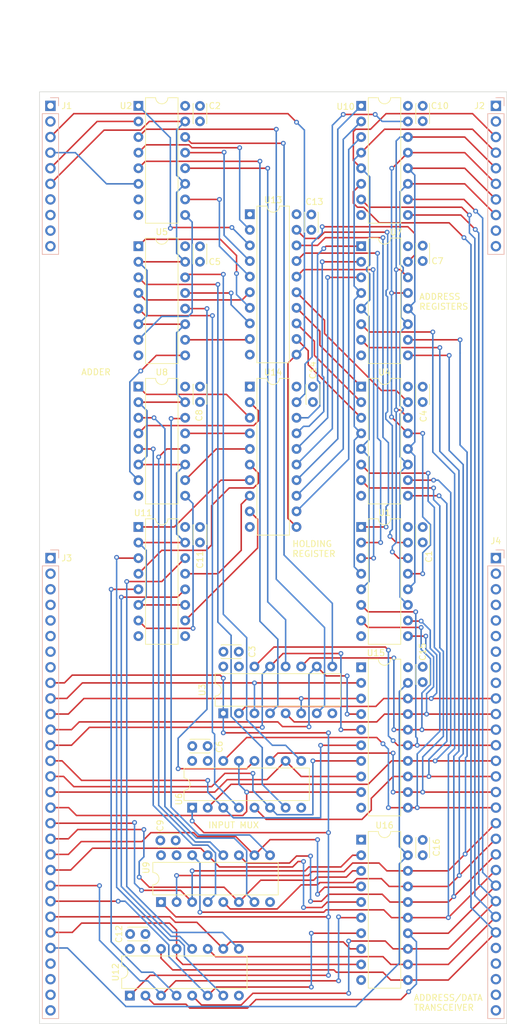
<source format=kicad_pcb>
(kicad_pcb (version 20221018) (generator pcbnew)
  (layers (0 "F.Cu" signal) (1 "In1.Cu" signal) (2 "In2.Cu" signal) (31 "B.Cu" signal) (34 "B.Paste" user) (35 "F.Paste" user) (36 "B.SilkS" user "B.Silkscreen") (37 "F.SilkS" user "F.Silkscreen") (38 "B.Mask" user) (39 "F.Mask" user) (44 "Edge.Cuts" user))
  (net 0 "")
  (net 1 "GND")
  (net 2 "SYSADDR12")
  (net 3 "SRC2:1")
  (net 4 "A1")
  (net 5 "A0")
  (net 6 "SRC2:0")
  (net 7 "SRC2:2")
  (net 8 "A3")
  (net 9 "A2")
  (net 10 "A5")
  (net 11 "A4")
  (net 12 "A7")
  (net 13 "A6")
  (net 14 "A9")
  (net 15 "A8")
  (net 16 "A11")
  (net 17 "A10")
  (net 18 "A13")
  (net 19 "A12")
  (net 20 "A15")
  (net 21 "A14")
  (net 22 "SYSADDR0")
  (net 23 "SYSDATA0")
  (net 24 "SYSADDR1")
  (net 25 "SYSDATA1")
  (net 26 "SYSDATA2")
  (net 27 "SYSADDR2")
  (net 28 "SYSDATA3")
  (net 29 "SYSADDR3")
  (net 30 "SUM1")
  (net 31 "SUM2")
  (net 32 "SUM3")
  (net 33 "Rb")
  (net 34 "Ra")
  (net 35 "~{Er}")
  (net 36 "~{Ew}")
  (net 37 "Wb")
  (net 38 "Wa")
  (net 39 "SUM0")
  (net 40 "SELDATA")
  (net 41 "SUM5")
  (net 42 "SUM6")
  (net 43 "SUM7")
  (net 44 "SYSADDR7")
  (net 45 "SYSADDR6")
  (net 46 "SYSADDR5")
  (net 47 "SYSADDR4")
  (net 48 "SUM4")
  (net 49 "SYSDATA4")
  (net 50 "SYSDATA5")
  (net 51 "SYSDATA6")
  (net 52 "SYSDATA7")
  (net 53 "SUM9")
  (net 54 "SUM10")
  (net 55 "SUM11")
  (net 56 "SYSADDR11")
  (net 57 "SYSADDR10")
  (net 58 "SYSADDR9")
  (net 59 "SYSADDR8")
  (net 60 "SUM8")
  (net 61 "SYSDATA8")
  (net 62 "SYSDATA9")
  (net 63 "SYSDATA10")
  (net 64 "SYSDATA11")
  (net 65 "SUM13")
  (net 66 "SUM14")
  (net 67 "SUM15")
  (net 68 "SYSADDR15")
  (net 69 "SYSADDR14")
  (net 70 "SYSADDR13")
  (net 71 "SUM12")
  (net 73 "SYSDATA12")
  (net 74 "SYSDATA13")
  (net 75 "SYSDATA14")
  (net 76 "SYSDATA15")
  (net 77 "SYSCLK")
  (net 78 "VCC")
  (net 79 "~{AtoD}")
  (net 80 "Net-(U2-C4)")
  (net 81 "Net-(U5-C4)")
  (net 82 "Net-(U11-C0)")
  (net 83 "HLD1")
  (net 84 "HLD2")
  (net 85 "HLD3")
  (net 86 "HLD0")
  (net 87 "HLD5")
  (net 88 "HLD6")
  (net 89 "HLD7")
  (net 90 "HLD4")
  (net 91 "HLD9")
  (net 92 "HLD10")
  (net 93 "HLD11")
  (net 94 "HLD8")
  (net 95 "HLD12")
  (net 96 "HLD15")
  (net 97 "HLD14")
  (net 98 "HLD13")
  (footprint "Capacitor_THT:C_Disc_D3.0mm_W2.0mm_P2.50mm" (layer "F.Cu") (at 79.248 78.76 -90)
    (fp_text reference "C14")
    (fp_text value "C_Small" hide)
  )
  (footprint "Capacitor_THT:C_Disc_D3.0mm_W2.0mm_P2.50mm" (layer "F.Cu") (at 60.833 101.62 -90)
    (fp_text reference "C11")
    (fp_text value "C_Small" hide)
  )
  (footprint "Capacitor_THT:C_Disc_D3.0mm_W2.0mm_P2.50mm" (layer "F.Cu") (at 97.155 78.76 -90)
    (fp_text reference "C4")
    (fp_text value "C_Small" hide)
  )
  (footprint "Package_DIP:DIP-20_W7.62mm" (layer "F.Cu") (at 87.122 124.46)
    (fp_text reference "U15")
    (fp_text value "74LS245" hide)
  )
  (footprint "Capacitor_THT:C_Disc_D3.0mm_W2.0mm_P2.50mm" (layer "F.Cu") (at 78.994 50.713 -90)
    (fp_text reference "C13")
    (fp_text value "C_Small" hide)
  )
  (footprint "Capacitor_THT:C_Disc_D3.0mm_W2.0mm_P2.50mm" (layer "F.Cu") (at 59.583 137.287)
    (fp_text reference "C6")
    (fp_text value "C_Small" hide)
  )
  (footprint "Capacitor_THT:C_Disc_D3.0mm_W2.0mm_P2.50mm" (layer "F.Cu") (at 97.155 101.62 -90)
    (fp_text reference "C1")
    (fp_text value "C_Small" hide)
  )
  (footprint "Capacitor_THT:C_Disc_D3.0mm_W2.0mm_P2.50mm" (layer "F.Cu") (at 97.155 152.567 -90)
    (fp_text reference "C16")
    (fp_text value "C_Small" hide)
  )
  (footprint "Package_DIP:DIP-16_W7.62mm" (layer "F.Cu") (at 87.122 55.88)
    (fp_text reference "U7")
    (fp_text value "74LS670" hide)
  )
  (footprint "Capacitor_THT:C_Disc_D3.0mm_W2.0mm_P2.50mm" (layer "F.Cu") (at 60.833 55.9 -90)
    (fp_text reference "C5")
    (fp_text value "C_Small" hide)
  )
  (footprint "Package_DIP:DIP-20_W7.62mm" (layer "F.Cu") (at 68.961 78.74)
    (fp_text reference "U14")
    (fp_text value "74LS574" hide)
  )
  (footprint "Capacitor_THT:C_Disc_D3.0mm_W2.0mm_P2.50mm" (layer "F.Cu") (at 60.833 33.04 -90)
    (fp_text reference "C2")
    (fp_text value "C_Small" hide)
  )
  (footprint "Capacitor_THT:C_Disc_D3.0mm_W2.0mm_P2.50mm" (layer "F.Cu") (at 49.443 167.894)
    (fp_text reference "C12")
    (fp_text value "C_Small" hide)
  )
  (footprint "Capacitor_THT:C_Disc_D3.0mm_W2.0mm_P2.50mm" (layer "F.Cu") (at 97.155 124.373 -90)
    (fp_text reference "C15")
    (fp_text value "C_Small" hide)
  )
  (footprint "Package_DIP:DIP-16_W7.62mm" (layer "F.Cu") (at 64.643 131.953 90)
    (fp_text reference "U3")
    (fp_text value "74LS157" hide)
  )
  (footprint "Capacitor_THT:C_Disc_D3.0mm_W2.0mm_P2.50mm" (layer "F.Cu") (at 54.376 152.654)
    (fp_text reference "C9")
    (fp_text value "C_Small" hide)
  )
  (footprint "Package_DIP:DIP-20_W7.62mm" (layer "F.Cu") (at 68.961 50.673)
    (fp_text reference "U13")
    (fp_text value "74LS574" hide)
  )
  (footprint "Package_DIP:DIP-16_W7.62mm" (layer "F.Cu") (at 87.122 78.74)
    (fp_text reference "U4")
    (fp_text value "74LS670" hide)
  )
  (footprint "Capacitor_THT:C_Disc_D3.0mm_W2.0mm_P2.50mm" (layer "F.Cu") (at 97.155 55.793 -90)
    (fp_text reference "C7")
    (fp_text value "C_Small" hide)
  )
  (footprint "Capacitor_THT:C_Disc_D3.0mm_W2.0mm_P2.50mm" (layer "F.Cu") (at 97.155 33.02 -90)
    (fp_text reference "C10")
    (fp_text value "C_Small" hide)
  )
  (footprint "Package_DIP:DIP-16_W7.62mm" (layer "F.Cu") (at 50.8 101.6)
    (fp_text reference "U11")
    (fp_text value "74LS283" hide)
  )
  (footprint "Package_DIP:DIP-16_W7.62mm" (layer "F.Cu") (at 59.563 147.32 90)
    (fp_text reference "U6")
    (fp_text value "74LS157" hide)
  )
  (footprint "Package_DIP:DIP-16_W7.62mm" (layer "F.Cu") (at 50.8 78.74)
    (fp_text reference "U8")
    (fp_text value "74LS283" hide)
  )
  (footprint "Package_DIP:DIP-16_W7.62mm" (layer "F.Cu") (at 87.122 101.6)
    (fp_text reference "U1")
    (fp_text value "74LS670" hide)
  )
  (footprint "Capacitor_THT:C_Disc_D3.0mm_W2.0mm_P2.50mm" (layer "F.Cu") (at 64.663 121.92)
    (fp_text reference "C3")
    (fp_text value "C_Small" hide)
  )
  (footprint "Package_DIP:DIP-16_W7.62mm" (layer "F.Cu") (at 50.8 55.88)
    (fp_text reference "U5")
    (fp_text value "74LS283" hide)
  )
  (footprint "Package_DIP:DIP-16_W7.62mm" (layer "F.Cu") (at 49.403 177.927 90)
    (fp_text reference "U12")
    (fp_text value "74LS157" hide)
  )
  (footprint "Package_DIP:DIP-16_W7.62mm" (layer "F.Cu") (at 54.483 162.687 90)
    (fp_text reference "U9")
    (fp_text value "74LS157" hide)
  )
  (footprint "Capacitor_THT:C_Disc_D3.0mm_W2.0mm_P2.50mm" (layer "F.Cu") (at 60.833 78.74 -90)
    (fp_text reference "C8")
    (fp_text value "C_Small" hide)
  )
  (footprint "Package_DIP:DIP-16_W7.62mm" (layer "F.Cu") (at 87.122 33.02)
    (fp_text reference "U10")
    (fp_text value "74LS670" hide)
  )
  (footprint "Package_DIP:DIP-16_W7.62mm" (layer "F.Cu") (at 50.8 33.02)
    (fp_text reference "U2")
    (fp_text value "74LS283" hide)
  )
  (footprint "Package_DIP:DIP-20_W7.62mm" (layer "F.Cu") (at 87.122 152.527)
    (fp_text reference "U16")
    (fp_text value "74LS245" hide)
  )
  (footprint "Connector_PinHeader_2.54mm:PinHeader_1x30_P2.54mm_Vertical" (layer "B.Cu") (at 36.464 106.67 180)
    (fp_text reference "J3")
    (fp_text value "Conn_01x30_Pin" hide)
  )
  (footprint "Connector_PinHeader_2.54mm:PinHeader_1x10_P2.54mm_Vertical" (layer "B.Cu") (at 36.449 33.02 180)
    (fp_text reference "J1")
    (fp_text value "Conn_01x10_Pin" hide)
  )
  (footprint "Connector_PinHeader_2.54mm:PinHeader_1x10_P2.54mm_Vertical" (layer "B.Cu") (at 109.093 33.02 180)
    (fp_text reference "J2")
    (fp_text value "Conn_01x10_Pin" hide)
  )
  (footprint "Connector_PinHeader_2.54mm:PinHeader_1x30_P2.54mm_Vertical" (layer "B.Cu") (at 109.093 106.67 180)
    (fp_text reference "J4")
    (fp_text value "Conn_01x30_Pin" hide)
  )
  (gr_rect (start 34.671 30.734) (end 110.871 182.499) (stroke (width 0.1)) (fill none) (layer "Edge.Cuts"))
  (gr_text "ADDRESS/DATA\nTRANSCEIVER" (at 95.631 180.467) (layer "F.SilkS") (effects (font (size 1 1)) (justify left bottom)))
  (gr_text "ADDRESS\nREGISTERS" (at 96.52 66.294) (layer "F.SilkS") (effects (font (size 1 1)) (justify left bottom)))
  (gr_text "ADDER" (at 41.402 76.962) (layer "F.SilkS") (effects (font (size 1 1)) (justify left bottom)))
  (gr_text "HOLDING\nREGISTER" (at 75.819 106.553) (layer "F.SilkS") (effects (font (size 1 1)) (justify left bottom)))
  (gr_text "INPUT MUX" (at 62.103 150.749) (layer "F.SilkS") (effects (font (size 1 1)) (justify left bottom)))
  (segment (start 69.977 178.562) (end 68.58 179.959) (width 0.25) (layer "F.Cu") (net 2))
  (segment (start 105.791 50.165) (end 103.886 48.26) (width 0.25) (layer "F.Cu") (net 2))
  (segment (start 53.34 179.324) (end 51.943 177.927) (width 0.25) (layer "F.Cu") (net 2))
  (segment (start 93.599 178.562) (end 69.977 178.562) (width 0.25) (layer "F.Cu") (net 2))
  (segment (start 101.336 167.767) (end 109.093 160.01) (width 0.25) (layer "F.Cu") (net 2))
  (segment (start 68.58 179.959) (end 59.182 179.959) (width 0.25) (layer "F.Cu") (net 2))
  (segment (start 59.182 179.959) (end 58.547 179.324) (width 0.25) (layer "F.Cu") (net 2))
  (segment (start 103.886 48.26) (end 94.742 48.26) (width 0.25) (layer "F.Cu") (net 2))
  (segment (start 58.547 179.324) (end 53.34 179.324) (width 0.25) (layer "F.Cu") (net 2))
  (segment (start 94.742 167.767) (end 101.336 167.767) (width 0.25) (layer "F.Cu") (net 2))
  (segment (start 94.869 177.292) (end 93.599 178.562) (width 0.25) (layer "F.Cu") (net 2))
  (via (at 105.791 50.165) (size 0.8) (drill 0.4) (layers "F.Cu" "B.Cu") (net 2))
  (via (at 94.869 177.292) (size 0.8) (drill 0.4) (layers "F.Cu" "B.Cu") (net 2))
  (segment (start 105.791 50.165) (end 106.934 51.308) (width 0.25) (layer "B.Cu") (net 2))
  (segment (start 107.569 158.496) (end 107.579 158.496) (width 0.25) (layer "B.Cu") (net 2))
  (segment (start 96.139 176.022) (end 96.139 169.164) (width 0.25) (layer "B.Cu") (net 2))
  (segment (start 106.934 157.861) (end 107.569 158.496) (width 0.25) (layer "B.Cu") (net 2))
  (segment (start 96.139 169.164) (end 94.742 167.767) (width 0.25) (layer "B.Cu") (net 2))
  (segment (start 94.869 177.292) (end 96.139 176.022) (width 0.25) (layer "B.Cu") (net 2))
  (segment (start 106.934 51.308) (end 106.934 157.861) (width 0.25) (layer "B.Cu") (net 2))
  (segment (start 107.579 158.496) (end 109.093 160.01) (width 0.25) (layer "B.Cu") (net 2))
  (segment (start 44.069 35.56) (end 50.8 35.56) (width 0.25) (layer "F.Cu") (net 3))
  (segment (start 36.449 43.18) (end 44.069 35.56) (width 0.25) (layer "F.Cu") (net 3))
  (segment (start 52.07 36.83) (end 50.8 38.1) (width 0.25) (layer "F.Cu") (net 4))
  (segment (start 73.279 36.83) (end 52.07 36.83) (width 0.25) (layer "F.Cu") (net 4))
  (via (at 73.279 36.83) (size 0.8) (drill 0.4) (layers "F.Cu" "B.Cu") (net 4))
  (segment (start 73.279 36.83) (end 73.279 110.109) (width 0.25) (layer "B.Cu") (net 4))
  (segment (start 81.153 130.683) (end 79.883 131.953) (width 0.25) (layer "B.Cu") (net 4))
  (segment (start 81.153 117.983) (end 81.153 130.683) (width 0.25) (layer "B.Cu") (net 4))
  (segment (start 73.279 110.109) (end 81.153 117.983) (width 0.25) (layer "B.Cu") (net 4))
  (segment (start 51.925 42.055) (end 50.8 43.18) (width 0.25) (layer "F.Cu") (net 5))
  (segment (start 70.594 42.055) (end 51.925 42.055) (width 0.25) (layer "F.Cu") (net 5))
  (segment (start 70.612 42.037) (end 70.594 42.055) (width 0.25) (layer "F.Cu") (net 5))
  (via (at 70.612 42.037) (size 0.8) (drill 0.4) (layers "F.Cu" "B.Cu") (net 5))
  (segment (start 70.612 42.037) (end 70.612 116.967) (width 0.25) (layer "B.Cu") (net 5))
  (segment (start 73.533 119.888) (end 73.533 130.683) (width 0.25) (layer "B.Cu") (net 5))
  (segment (start 73.533 130.683) (end 72.263 131.953) (width 0.25) (layer "B.Cu") (net 5))
  (segment (start 70.612 116.967) (end 73.533 119.888) (width 0.25) (layer "B.Cu") (net 5))
  (segment (start 36.449 40.64) (end 40.513 40.64) (width 0.25) (layer "B.Cu") (net 6))
  (segment (start 45.593 45.72) (end 50.8 45.72) (width 0.25) (layer "B.Cu") (net 6))
  (segment (start 40.513 40.64) (end 45.593 45.72) (width 0.25) (layer "B.Cu") (net 6))
  (segment (start 50.8 81.28) (end 58.42 81.28) (width 0.25) (layer "F.Cu") (net 7))
  (segment (start 50.8 58.42) (end 58.42 58.42) (width 0.25) (layer "F.Cu") (net 7))
  (segment (start 50.8 91.44) (end 58.42 91.44) (width 0.25) (layer "F.Cu") (net 7))
  (segment (start 50.8 104.14) (end 58.42 104.14) (width 0.25) (layer "F.Cu") (net 7))
  (segment (start 50.8 68.58) (end 58.42 68.58) (width 0.25) (layer "F.Cu") (net 7))
  (segment (start 52.578 35.56) (end 58.42 35.56) (width 0.25) (layer "F.Cu") (net 7))
  (segment (start 36.449 45.72) (end 45.194 36.975) (width 0.25) (layer "F.Cu") (net 7))
  (segment (start 51.163 36.975) (end 52.578 35.56) (width 0.25) (layer "F.Cu") (net 7))
  (segment (start 45.194 36.975) (end 51.163 36.975) (width 0.25) (layer "F.Cu") (net 7))
  (segment (start 50.8 114.3) (end 58.42 114.3) (width 0.25) (layer "F.Cu") (net 7))
  (segment (start 57.023 47.117) (end 57.023 57.023) (width 0.25) (layer "B.Cu") (net 7))
  (segment (start 58.42 68.58) (end 57.023 69.977) (width 0.25) (layer "B.Cu") (net 7))
  (segment (start 58.42 35.56) (end 57.023 36.957) (width 0.25) (layer "B.Cu") (net 7))
  (segment (start 57.023 44.323) (end 58.42 45.72) (width 0.25) (layer "B.Cu") (net 7))
  (segment (start 57.023 36.957) (end 57.023 44.323) (width 0.25) (layer "B.Cu") (net 7))
  (segment (start 52.197 90.043) (end 50.8 91.44) (width 0.25) (layer "B.Cu") (net 7))
  (segment (start 50.8 58.42) (end 52.197 59.817) (width 0.25) (layer "B.Cu") (net 7))
  (segment (start 57.023 102.743) (end 58.42 104.14) (width 0.25) (layer "B.Cu") (net 7))
  (segment (start 52.07 105.41) (end 52.07 113.03) (width 0.25) (layer "B.Cu") (net 7))
  (segment (start 52.197 59.817) (end 52.197 67.183) (width 0.25) (layer "B.Cu") (net 7))
  (segment (start 52.197 67.183) (end 50.8 68.58) (width 0.25) (layer "B.Cu") (net 7))
  (segment (start 58.42 45.72) (end 57.023 47.117) (width 0.25) (layer "B.Cu") (net 7))
  (segment (start 50.8 104.14) (end 52.07 105.41) (width 0.25) (layer "B.Cu") (net 7))
  (segment (start 57.023 79.883) (end 58.42 81.28) (width 0.25) (layer "B.Cu") (net 7))
  (segment (start 52.07 113.03) (end 50.8 114.3) (width 0.25) (layer "B.Cu") (net 7))
  (segment (start 52.197 82.677) (end 52.197 90.043) (width 0.25) (layer "B.Cu") (net 7))
  (segment (start 57.023 92.837) (end 57.023 102.743) (width 0.25) (layer "B.Cu") (net 7))
  (segment (start 58.42 91.44) (end 57.023 92.837) (width 0.25) (layer "B.Cu") (net 7))
  (segment (start 57.023 57.023) (end 58.42 58.42) (width 0.25) (layer "B.Cu") (net 7))
  (segment (start 57.023 69.977) (end 57.023 79.883) (width 0.25) (layer "B.Cu") (net 7))
  (segment (start 50.8 81.28) (end 52.197 82.677) (width 0.25) (layer "B.Cu") (net 7))
  (segment (start 71.882 43.18) (end 58.42 43.18) (width 0.25) (layer "F.Cu") (net 8))
  (via (at 71.882 43.18) (size 0.8) (drill 0.4) (layers "F.Cu" "B.Cu") (net 8))
  (segment (start 71.882 113.792) (end 74.803 116.713) (width 0.25) (layer "B.Cu") (net 8))
  (segment (start 74.803 116.713) (end 74.803 124.333) (width 0.25) (layer "B.Cu") (net 8))
  (segment (start 71.882 43.18) (end 71.882 113.792) (width 0.25) (layer "B.Cu") (net 8))
  (segment (start 74.422 39.116) (end 59.436 39.116) (width 0.25) (layer "F.Cu") (net 9))
  (segment (start 59.436 39.116) (end 58.42 38.1) (width 0.25) (layer "F.Cu") (net 9))
  (via (at 74.422 39.116) (size 0.8) (drill 0.4) (layers "F.Cu" "B.Cu") (net 9))
  (segment (start 74.549 39.243) (end 74.549 106.172) (width 0.25) (layer "B.Cu") (net 9))
  (segment (start 82.423 114.046) (end 82.423 124.333) (width 0.25) (layer "B.Cu") (net 9))
  (segment (start 74.422 39.116) (end 74.549 39.243) (width 0.25) (layer "B.Cu") (net 9))
  (segment (start 74.549 106.172) (end 82.423 114.046) (width 0.25) (layer "B.Cu") (net 9))
  (segment (start 51.943 62.103) (end 50.8 60.96) (width 0.25) (layer "F.Cu") (net 10))
  (segment (start 63.754 62.103) (end 51.943 62.103) (width 0.25) (layer "F.Cu") (net 10))
  (via (at 63.754 62.103) (size 0.8) (drill 0.4) (layers "F.Cu" "B.Cu") (net 10))
  (segment (start 70.993 137.541) (end 70.993 143.51) (width 0.25) (layer "B.Cu") (net 10))
  (segment (start 65.913 119.253) (end 65.913 132.461) (width 0.25) (layer "B.Cu") (net 10))
  (segment (start 65.913 132.461) (end 70.993 137.541) (width 0.25) (layer "B.Cu") (net 10))
  (segment (start 63.754 117.094) (end 65.913 119.253) (width 0.25) (layer "B.Cu") (net 10))
  (segment (start 63.754 62.103) (end 63.754 117.094) (width 0.25) (layer "B.Cu") (net 10))
  (segment (start 70.993 143.51) (end 74.803 147.32) (width 0.25) (layer "B.Cu") (net 10))
  (segment (start 51.943 67.183) (end 50.8 66.04) (width 0.25) (layer "F.Cu") (net 11))
  (segment (start 62.865 67.183) (end 51.943 67.183) (width 0.25) (layer "F.Cu") (net 11))
  (via (at 62.865 67.183) (size 0.8) (drill 0.4) (layers "F.Cu" "B.Cu") (net 11))
  (segment (start 62.865 67.183) (end 62.865 135.001) (width 0.25) (layer "B.Cu") (net 11))
  (segment (start 63.228 135.364) (end 63.228 143.365) (width 0.25) (layer "B.Cu") (net 11))
  (segment (start 62.865 135.001) (end 63.228 135.364) (width 0.25) (layer "B.Cu") (net 11))
  (segment (start 63.228 143.365) (end 67.183 147.32) (width 0.25) (layer "B.Cu") (net 11))
  (segment (start 68.453 140.97) (end 69.723 139.7) (width 0.25) (layer "F.Cu") (net 12))
  (segment (start 57.277 140.97) (end 68.453 140.97) (width 0.25) (layer "F.Cu") (net 12))
  (segment (start 61.976 66.04) (end 58.42 66.04) (width 0.25) (layer "F.Cu") (net 12))
  (via (at 61.976 66.04) (size 0.8) (drill 0.4) (layers "F.Cu" "B.Cu") (net 12))
  (via (at 57.277 140.97) (size 0.8) (drill 0.4) (layers "F.Cu" "B.Cu") (net 12))
  (segment (start 61.976 66.04) (end 61.976 131.308695) (width 0.25) (layer "B.Cu") (net 12))
  (segment (start 61.976 131.308695) (end 57.277 136.007695) (width 0.25) (layer "B.Cu") (net 12))
  (segment (start 57.277 136.007695) (end 57.277 140.97) (width 0.25) (layer "B.Cu") (net 12))
  (segment (start 64.625 60.47) (end 58.91 60.47) (width 0.25) (layer "F.Cu") (net 13))
  (segment (start 58.91 60.47) (end 58.42 60.96) (width 0.25) (layer "F.Cu") (net 13))
  (segment (start 64.643 60.452) (end 64.625 60.47) (width 0.25) (layer "F.Cu") (net 13))
  (via (at 64.643 60.452) (size 0.8) (drill 0.4) (layers "F.Cu" "B.Cu") (net 13))
  (segment (start 68.453 132.969) (end 72.644 137.16) (width 0.25) (layer "B.Cu") (net 13))
  (segment (start 74.803 137.16) (end 77.343 139.7) (width 0.25) (layer "B.Cu") (net 13))
  (segment (start 72.644 137.16) (end 74.803 137.16) (width 0.25) (layer "B.Cu") (net 13))
  (segment (start 64.643 60.452) (end 64.643 115.822604) (width 0.25) (layer "B.Cu") (net 13))
  (segment (start 64.643 115.822604) (end 68.453 119.632604) (width 0.25) (layer "B.Cu") (net 13))
  (segment (start 68.453 119.632604) (end 68.453 132.969) (width 0.25) (layer "B.Cu") (net 13))
  (segment (start 53.34 83.82) (end 50.8 83.82) (width 0.25) (layer "F.Cu") (net 14))
  (via (at 53.34 83.82) (size 0.8) (drill 0.4) (layers "F.Cu" "B.Cu") (net 14))
  (segment (start 66.421 152.273) (end 68.453 154.305) (width 0.25) (layer "B.Cu") (net 14))
  (segment (start 53.34 83.82) (end 55.118 85.598) (width 0.25) (layer "B.Cu") (net 14))
  (segment (start 55.118 147.1295) (end 60.2615 152.273) (width 0.25) (layer "B.Cu") (net 14))
  (segment (start 68.453 154.305) (end 68.453 161.417) (width 0.25) (layer "B.Cu") (net 14))
  (segment (start 68.453 161.417) (end 69.723 162.687) (width 0.25) (layer "B.Cu") (net 14))
  (segment (start 55.118 85.598) (end 55.118 147.1295) (width 0.25) (layer "B.Cu") (net 14))
  (segment (start 60.2615 152.273) (end 66.421 152.273) (width 0.25) (layer "B.Cu") (net 14))
  (segment (start 53.213 88.9) (end 50.8 88.9) (width 0.25) (layer "F.Cu") (net 15))
  (via (at 53.213 88.9) (size 0.8) (drill 0.4) (layers "F.Cu" "B.Cu") (net 15))
  (segment (start 53.213 146.939) (end 59.69 153.416) (width 0.25) (layer "B.Cu") (net 15))
  (segment (start 59.69 153.416) (end 62.103 153.416) (width 0.25) (layer "B.Cu") (net 15))
  (segment (start 62.103 153.416) (end 63.373 154.686) (width 0.25) (layer "B.Cu") (net 15))
  (segment (start 63.373 154.686) (end 63.373 161.417) (width 0.25) (layer "B.Cu") (net 15))
  (segment (start 53.213 88.9) (end 53.213 146.939) (width 0.25) (layer "B.Cu") (net 15))
  (segment (start 63.373 161.417) (end 62.103 162.687) (width 0.25) (layer "B.Cu") (net 15))
  (segment (start 55.4095 88.9) (end 58.42 88.9) (width 0.25) (layer "F.Cu") (net 16))
  (segment (start 54.102 90.2075) (end 55.4095 88.9) (width 0.25) (layer "F.Cu") (net 16))
  (via (at 54.102 90.2075) (size 0.8) (drill 0.4) (layers "F.Cu" "B.Cu") (net 16))
  (segment (start 54.102 90.2075) (end 54.102 146.939) (width 0.25) (layer "B.Cu") (net 16))
  (segment (start 54.102 146.939) (end 60.071 152.908) (width 0.25) (layer "B.Cu") (net 16))
  (segment (start 60.071 152.908) (end 62.484 152.908) (width 0.25) (layer "B.Cu") (net 16))
  (segment (start 62.484 152.908) (end 64.643 155.067) (width 0.25) (layer "B.Cu") (net 16))
  (segment (start 58.293 83.947) (end 58.42 83.82) (width 0.25) (layer "F.Cu") (net 17))
  (segment (start 56.134 83.947) (end 58.293 83.947) (width 0.25) (layer "F.Cu") (net 17))
  (via (at 56.134 83.947) (size 0.8) (drill 0.4) (layers "F.Cu" "B.Cu") (net 17))
  (segment (start 60.658375 151.765) (end 68.961 151.765) (width 0.25) (layer "B.Cu") (net 17))
  (segment (start 56.134 83.947) (end 56.134 147.240625) (width 0.25) (layer "B.Cu") (net 17))
  (segment (start 68.961 151.765) (end 72.263 155.067) (width 0.25) (layer "B.Cu") (net 17))
  (segment (start 56.134 147.240625) (end 60.658375 151.765) (width 0.25) (layer "B.Cu") (net 17))
  (segment (start 47.371 106.68) (end 50.8 106.68) (width 0.25) (layer "F.Cu") (net 18))
  (segment (start 47.244 106.553) (end 47.371 106.68) (width 0.25) (layer "F.Cu") (net 18))
  (via (at 47.244 106.553) (size 0.8) (drill 0.4) (layers "F.Cu" "B.Cu") (net 18))
  (segment (start 47.244 160.274) (end 55.88 168.91) (width 0.25) (layer "B.Cu") (net 18))
  (segment (start 58.293 171.577) (end 64.643 177.927) (width 0.25) (layer "B.Cu") (net 18))
  (segment (start 47.244 106.553) (end 47.244 160.274) (width 0.25) (layer "B.Cu") (net 18))
  (segment (start 55.88 168.91) (end 57.404 168.91) (width 0.25) (layer "B.Cu") (net 18))
  (segment (start 58.293 169.799) (end 58.293 171.577) (width 0.25) (layer "B.Cu") (net 18))
  (segment (start 57.404 168.91) (end 58.293 169.799) (width 0.25) (layer "B.Cu") (net 18))
  (segment (start 50.8 111.76) (end 46.355 111.76) (width 0.25) (layer "F.Cu") (net 19))
  (via (at 46.355 111.76) (size 0.8) (drill 0.4) (layers "F.Cu" "B.Cu") (net 19))
  (segment (start 46.355 169.164) (end 51.308 174.117) (width 0.25) (layer "B.Cu") (net 19))
  (segment (start 46.355 111.76) (end 46.355 169.164) (width 0.25) (layer "B.Cu") (net 19))
  (segment (start 53.213 174.117) (end 57.023 177.927) (width 0.25) (layer "B.Cu") (net 19))
  (segment (start 51.308 174.117) (end 53.213 174.117) (width 0.25) (layer "B.Cu") (net 19))
  (segment (start 57.15 113.03) (end 58.42 111.76) (width 0.25) (layer "F.Cu") (net 20))
  (segment (start 48.006 113.03) (end 57.15 113.03) (width 0.25) (layer "F.Cu") (net 20))
  (via (at 48.006 113.03) (size 0.8) (drill 0.4) (layers "F.Cu" "B.Cu") (net 20))
  (segment (start 48.006 113.03) (end 48.006 160.147) (width 0.25) (layer "B.Cu") (net 20))
  (segment (start 48.006 160.147) (end 56.134 168.275) (width 0.25) (layer "B.Cu") (net 20))
  (segment (start 57.531 168.275) (end 59.563 170.307) (width 0.25) (layer "B.Cu") (net 20))
  (segment (start 56.134 168.275) (end 57.531 168.275) (width 0.25) (layer "B.Cu") (net 20))
  (segment (start 54.61 110.49) (end 58.42 106.68) (width 0.25) (layer "F.Cu") (net 21))
  (segment (start 48.895 110.49) (end 54.61 110.49) (width 0.25) (layer "F.Cu") (net 21))
  (via (at 48.895 110.49) (size 0.8) (drill 0.4) (layers "F.Cu" "B.Cu") (net 21))
  (segment (start 48.895 160.147) (end 56.388 167.64) (width 0.25) (layer "B.Cu") (net 21))
  (segment (start 48.895 110.49) (end 48.895 160.147) (width 0.25) (layer "B.Cu") (net 21))
  (segment (start 64.516 167.64) (end 67.183 170.307) (width 0.25) (layer "B.Cu") (net 21))
  (segment (start 56.388 167.64) (end 64.516 167.64) (width 0.25) (layer "B.Cu") (net 21))
  (segment (start 89.517 130.828) (end 68.308 130.828) (width 0.25) (layer "F.Cu") (net 22))
  (segment (start 109.083 129.54) (end 109.093 129.53) (width 0.25) (layer "F.Cu") (net 22))
  (segment (start 68.308 130.828) (end 67.183 131.953) (width 0.25) (layer "F.Cu") (net 22))
  (segment (start 90.805 129.54) (end 89.517 130.828) (width 0.25) (layer "F.Cu") (net 22))
  (segment (start 94.832 116.93) (end 94.742 116.84) (width 0.25) (layer "F.Cu") (net 22))
  (segment (start 94.742 129.54) (end 90.805 129.54) (width 0.25) (layer "F.Cu") (net 22))
  (segment (start 102.743 129.54) (end 109.083 129.54) (width 0.25) (layer "F.Cu") (net 22))
  (segment (start 94.742 129.54) (end 102.743 129.54) (width 0.25) (layer "F.Cu") (net 22))
  (segment (start 96.901 116.93) (end 94.832 116.93) (width 0.25) (layer "F.Cu") (net 22))
  (via (at 98.552 129.54) (size 0.8) (drill 0.4) (layers "F.Cu" "B.Cu") (net 22))
  (via (at 96.901 116.93) (size 0.8) (drill 0.4) (layers "F.Cu" "B.Cu") (net 22))
  (segment (start 99.441 128.651) (end 99.441 122.426604) (width 0.25) (layer "B.Cu") (net 22))
  (segment (start 98.552 129.54) (end 99.441 128.651) (width 0.25) (layer "B.Cu") (net 22))
  (segment (start 98.388 121.373604) (end 98.388 118.417) (width 0.25) (layer "B.Cu") (net 22))
  (segment (start 98.388 118.417) (end 96.901 116.93) (width 0.25) (layer "B.Cu") (net 22))
  (segment (start 99.441 122.426604) (end 98.388 121.373604) (width 0.25) (layer "B.Cu") (net 22))
  (segment (start 39.126 129.53) (end 41.656 127) (width 0.25) (layer "F.Cu") (net 23))
  (segment (start 36.464 129.53) (end 39.126 129.53) (width 0.25) (layer "F.Cu") (net 23))
  (segment (start 87.122 127) (end 69.723 127) (width 0.25) (layer "F.Cu") (net 23))
  (segment (start 41.656 127) (end 69.723 127) (width 0.25) (layer "F.Cu") (net 23))
  (via (at 69.723 127) (size 0.8) (drill 0.4) (layers "F.Cu" "B.Cu") (net 23))
  (segment (start 69.723 127) (end 69.723 131.953) (width 0.25) (layer "B.Cu") (net 23))
  (segment (start 94.742 132.08) (end 90.932 132.08) (width 0.25) (layer "F.Cu") (net 24))
  (segment (start 94.742 119.38) (end 97.663 119.38) (width 0.25) (layer "F.Cu") (net 24))
  (segment (start 89.662 133.35) (end 76.2 133.35) (width 0.25) (layer "F.Cu") (net 24))
  (segment (start 94.742 132.08) (end 97.79 132.08) (width 0.25) (layer "F.Cu") (net 24))
  (segment (start 90.932 132.08) (end 89.662 133.35) (width 0.25) (layer "F.Cu") (net 24))
  (segment (start 76.2 133.35) (end 74.803 131.953) (width 0.25) (layer "F.Cu") (net 24))
  (segment (start 97.79 132.08) (end 109.083 132.08) (width 0.25) (layer "F.Cu") (net 24))
  (segment (start 109.083 132.08) (end 109.093 132.07) (width 0.25) (layer "F.Cu") (net 24))
  (via (at 97.663 119.38) (size 0.8) (drill 0.4) (layers "F.Cu" "B.Cu") (net 24))
  (via (at 97.79 132.08) (size 0.8) (drill 0.4) (layers "F.Cu" "B.Cu") (net 24))
  (segment (start 98.933 127.635) (end 97.79 128.778) (width 0.25) (layer "B.Cu") (net 24))
  (segment (start 97.663 119.38) (end 97.663 121.4755) (width 0.25) (layer "B.Cu") (net 24))
  (segment (start 97.663 121.4755) (end 98.933 122.7455) (width 0.25) (layer "B.Cu") (net 24))
  (segment (start 98.933 122.7455) (end 98.933 127.635) (width 0.25) (layer "B.Cu") (net 24))
  (segment (start 97.79 128.778) (end 97.79 132.08) (width 0.25) (layer "B.Cu") (net 24))
  (segment (start 77.343 129.54) (end 41.91 129.54) (width 0.25) (layer "F.Cu") (net 25))
  (segment (start 39.38 132.07) (end 36.464 132.07) (width 0.25) (layer "F.Cu") (net 25))
  (segment (start 41.91 129.54) (end 39.38 132.07) (width 0.25) (layer "F.Cu") (net 25))
  (segment (start 77.343 129.54) (end 87.122 129.54) (width 0.25) (layer "F.Cu") (net 25))
  (via (at 77.343 129.54) (size 0.8) (drill 0.4) (layers "F.Cu" "B.Cu") (net 25))
  (segment (start 77.343 129.54) (end 77.343 131.953) (width 0.25) (layer "B.Cu") (net 25))
  (segment (start 78.613 134.1495) (end 78.5755 134.112) (width 0.25) (layer "F.Cu") (net 26))
  (segment (start 78.5755 134.112) (end 74.295 134.112) (width 0.25) (layer "F.Cu") (net 26))
  (segment (start 41.148 133.35) (end 39.888 134.61) (width 0.25) (layer "F.Cu") (net 26))
  (segment (start 87.122 132.08) (end 84.836 132.08) (width 0.25) (layer "F.Cu") (net 26))
  (segment (start 73.533 133.35) (end 41.148 133.35) (width 0.25) (layer "F.Cu") (net 26))
  (segment (start 81.407 125.857) (end 79.883 124.333) (width 0.25) (layer "F.Cu") (net 26))
  (segment (start 84.836 125.857) (end 81.407 125.857) (width 0.25) (layer "F.Cu") (net 26))
  (segment (start 74.295 134.112) (end 73.533 133.35) (width 0.25) (layer "F.Cu") (net 26))
  (segment (start 39.888 134.61) (end 36.464 134.61) (width 0.25) (layer "F.Cu") (net 26))
  (via (at 84.836 132.08) (size 0.8) (drill 0.4) (layers "F.Cu" "B.Cu") (net 26))
  (via (at 84.836 125.857) (size 0.8) (drill 0.4) (layers "F.Cu" "B.Cu") (net 26))
  (via (at 78.613 134.1495) (size 0.8) (drill 0.4) (layers "F.Cu" "B.Cu") (net 26))
  (segment (start 78.613 125.603) (end 79.883 124.333) (width 0.25) (layer "B.Cu") (net 26))
  (segment (start 78.613 134.1495) (end 78.613 125.603) (width 0.25) (layer "B.Cu") (net 26))
  (segment (start 84.836 132.08) (end 84.836 125.857) (width 0.25) (layer "B.Cu") (net 26))
  (segment (start 97.028 134.62) (end 109.083 134.62) (width 0.25) (layer "F.Cu") (net 27))
  (segment (start 92.456 122.936) (end 78.74 122.936) (width 0.25) (layer "F.Cu") (net 27))
  (segment (start 78.74 122.936) (end 77.343 124.333) (width 0.25) (layer "F.Cu") (net 27))
  (segment (start 88.247 117.965) (end 87.122 116.84) (width 0.25) (layer "F.Cu") (net 27))
  (segment (start 96.901 117.965) (end 88.247 117.965) (width 0.25) (layer "F.Cu") (net 27))
  (segment (start 97.028 134.62) (end 94.742 134.62) (width 0.25) (layer "F.Cu") (net 27))
  (segment (start 92.456 134.62) (end 94.742 134.62) (width 0.25) (layer "F.Cu") (net 27))
  (segment (start 109.083 134.62) (end 109.093 134.61) (width 0.25) (layer "F.Cu") (net 27))
  (via (at 92.456 134.62) (size 0.8) (drill 0.4) (layers "F.Cu" "B.Cu") (net 27))
  (via (at 96.901 117.965) (size 0.8) (drill 0.4) (layers "F.Cu" "B.Cu") (net 27))
  (via (at 97.028 134.62) (size 0.8) (drill 0.4) (layers "F.Cu" "B.Cu") (net 27))
  (via (at 92.456 122.936) (size 0.8) (drill 0.4) (layers "F.Cu" "B.Cu") (net 27))
  (segment (start 96.901 117.965) (end 96.901 121.539) (width 0.25) (layer "B.Cu") (net 27))
  (segment (start 97.028 128.651) (end 97.028 134.62) (width 0.25) (layer "B.Cu") (net 27))
  (segment (start 98.425 123.063) (end 98.425 127.254) (width 0.25) (layer "B.Cu") (net 27))
  (segment (start 92.456 134.62) (end 92.456 122.936) (width 0.25) (layer "B.Cu") (net 27))
  (segment (start 98.425 127.254) (end 97.028 128.651) (width 0.25) (layer "B.Cu") (net 27))
  (segment (start 96.901 121.539) (end 98.425 123.063) (width 0.25) (layer "B.Cu") (net 27))
  (segment (start 42.799 134.239) (end 39.888 137.15) (width 0.25) (layer "F.Cu") (net 28))
  (segment (start 70.997299 134.234701) (end 70.993 134.239) (width 0.25) (layer "F.Cu") (net 28))
  (segment (start 83.82 122.2115) (end 74.3845 122.2115) (width 0.25) (layer "F.Cu") (net 28))
  (segment (start 39.888 137.15) (end 36.464 137.15) (width 0.25) (layer "F.Cu") (net 28))
  (segment (start 87.122 134.62) (end 83.82 134.62) (width 0.25) (layer "F.Cu") (net 28))
  (segment (start 74.3845 122.2115) (end 72.263 124.333) (width 0.25) (layer "F.Cu") (net 28))
  (segment (start 70.993 134.239) (end 42.799 134.239) (width 0.25) (layer "F.Cu") (net 28))
  (via (at 70.997299 134.234701) (size 0.8) (drill 0.4) (layers "F.Cu" "B.Cu") (net 28))
  (via (at 83.82 134.62) (size 0.8) (drill 0.4) (layers "F.Cu" "B.Cu") (net 28))
  (via (at 83.82 122.2115) (size 0.8) (drill 0.4) (layers "F.Cu" "B.Cu") (net 28))
  (segment (start 83.82 134.62) (end 83.82 122.2115) (width 0.25) (layer "B.Cu") (net 28))
  (segment (start 70.997299 134.234701) (end 70.993 134.230402) (width 0.25) (layer "B.Cu") (net 28))
  (segment (start 70.993 134.230402) (end 70.993 125.603) (width 0.25) (layer "B.Cu") (net 28))
  (segment (start 70.993 125.603) (end 72.263 124.333) (width 0.25) (layer "B.Cu") (net 28))
  (segment (start 91.059 121.158) (end 72.898 121.158) (width 0.25) (layer "F.Cu") (net 29))
  (segment (start 72.898 121.158) (end 69.723 124.333) (width 0.25) (layer "F.Cu") (net 29))
  (segment (start 96.012 115.425) (end 88.247 115.425) (width 0.25) (layer "F.Cu") (net 29))
  (segment (start 91.567 121.666) (end 91.059 121.158) (width 0.25) (layer "F.Cu") (net 29))
  (segment (start 93.091 137.16) (end 94.742 137.16) (width 0.25) (layer "F.Cu") (net 29))
  (segment (start 94.742 137.16) (end 96.266 137.16) (width 0.25) (layer "F.Cu") (net 29))
  (segment (start 96.266 137.16) (end 109.083 137.16) (width 0.25) (layer "F.Cu") (net 29))
  (segment (start 88.247 115.425) (end 87.122 114.3) (width 0.25) (layer "F.Cu") (net 29))
  (segment (start 109.083 137.16) (end 109.093 137.15) (width 0.25) (layer "F.Cu") (net 29))
  (segment (start 92.329 136.398) (end 93.091 137.16) (width 0.25) (layer "F.Cu") (net 29))
  (via (at 91.567 121.666) (size 0.8) (drill 0.4) (layers "F.Cu" "B.Cu") (net 29))
  (via (at 96.012 115.425) (size 0.8) (drill 0.4) (layers "F.Cu" "B.Cu") (net 29))
  (via (at 92.329 136.398) (size 0.8) (drill 0.4) (layers "F.Cu" "B.Cu") (net 29))
  (via (at 96.266 137.16) (size 0.8) (drill 0.4) (layers "F.Cu" "B.Cu") (net 29))
  (segment (start 96.03 135.781) (end 96.03 115.443) (width 0.25) (layer "B.Cu") (net 29))
  (segment (start 91.567 135.636) (end 91.567 121.666) (width 0.25) (layer "B.Cu") (net 29))
  (segment (start 96.266 136.017) (end 96.03 135.781) (width 0.25) (layer "B.Cu") (net 29))
  (segment (start 96.266 137.16) (end 96.266 136.017) (width 0.25) (layer "B.Cu") (net 29))
  (segment (start 92.329 136.398) (end 91.567 135.636) (width 0.25) (layer "B.Cu") (net 29))
  (segment (start 96.03 115.443) (end 96.012 115.425) (width 0.25) (layer "B.Cu") (net 29))
  (segment (start 56.007 52.959) (end 56.134 52.832) (width 0.25) (layer "F.Cu") (net 30))
  (segment (start 56.134 52.832) (end 66.04 52.832) (width 0.25) (layer "F.Cu") (net 30))
  (via (at 56.007 52.959) (size 0.8) (drill 0.4) (layers "F.Cu" "B.Cu") (net 30))
  (via (at 66.04 52.832) (size 0.8) (drill 0.4) (layers "F.Cu" "B.Cu") (net 30))
  (segment (start 56.007 52.959) (end 56.007 38.227) (width 0.25) (layer "B.Cu") (net 30))
  (segment (start 56.007 38.227) (end 50.8 33.02) (width 0.25) (layer "B.Cu") (net 30))
  (segment (start 66.04 52.832) (end 68.961 55.753) (width 0.25) (layer "B.Cu") (net 30))
  (segment (start 64.695 40.64) (end 64.77 40.565) (width 0.25) (layer "F.Cu") (net 31))
  (segment (start 58.42 40.64) (end 64.695 40.64) (width 0.25) (layer "F.Cu") (net 31))
  (via (at 64.77 40.565) (size 0.8) (drill 0.4) (layers "F.Cu" "B.Cu") (net 31))
  (segment (start 64.77 40.565) (end 64.77 54.102) (width 0.25) (layer "B.Cu") (net 31))
  (segment (start 64.77 54.102) (end 68.961 58.293) (width 0.25) (layer "B.Cu") (net 31))
  (segment (start 58.42 48.26) (end 64.008 48.26) (width 0.25) (layer "F.Cu") (net 32))
  (via (at 64.008 48.26) (size 0.8) (drill 0.4) (layers "F.Cu" "B.Cu") (net 32))
  (segment (start 64.008 55.88) (end 68.961 60.833) (width 0.25) (layer "B.Cu") (net 32))
  (segment (start 64.008 48.26) (end 64.008 55.88) (width 0.25) (layer "B.Cu") (net 32))
  (segment (start 105.283 36.83) (end 109.093 40.64) (width 0.25) (layer "F.Cu") (net 33))
  (segment (start 87.122 40.64) (end 90.932 36.83) (width 0.25) (layer "F.Cu") (net 33))
  (segment (start 90.932 36.83) (end 105.283 36.83) (width 0.25) (layer "F.Cu") (net 33))
  (segment (start 85.997 108.095) (end 87.122 109.22) (width 0.25) (layer "B.Cu") (net 33))
  (segment (start 85.997 85.235) (end 87.122 86.36) (width 0.25) (layer "B.Cu") (net 33))
  (segment (start 85.997 64.625) (end 85.997 85.235) (width 0.25) (layer "B.Cu") (net 33))
  (segment (start 85.979 62.357) (end 87.122 63.5) (width 0.25) (layer "B.Cu") (net 33))
  (segment (start 87.122 86.36) (end 85.997 87.485) (width 0.25) (layer "B.Cu") (net 33))
  (segment (start 87.122 63.5) (end 85.997 64.625) (width 0.25) (layer "B.Cu") (net 33))
  (segment (start 85.997 87.485) (end 85.997 108.095) (width 0.25) (layer "B.Cu") (net 33))
  (segment (start 87.122 40.64) (end 85.979 41.783) (width 0.25) (layer "B.Cu") (net 33))
  (segment (start 85.979 41.783) (end 85.979 62.357) (width 0.25) (layer "B.Cu") (net 33))
  (segment (start 87.122 43.18) (end 85.852 41.91) (width 0.25) (layer "F.Cu") (net 34))
  (segment (start 85.852 37.211) (end 86.233 36.83) (width 0.25) (layer "F.Cu") (net 34))
  (segment (start 88.646 36.83) (end 91.186 34.29) (width 0.25) (layer "F.Cu") (net 34))
  (segment (start 91.186 34.29) (end 105.283 34.29) (width 0.25) (layer "F.Cu") (net 34))
  (segment (start 86.233 36.83) (end 88.646 36.83) (width 0.25) (layer "F.Cu") (net 34))
  (segment (start 85.852 41.91) (end 85.852 37.211) (width 0.25) (layer "F.Cu") (net 34))
  (segment (start 105.283 34.29) (end 109.093 38.1) (width 0.25) (layer "F.Cu") (net 34))
  (segment (start 88.519 44.577) (end 87.122 43.18) (width 0.25) (layer "B.Cu") (net 34))
  (segment (start 87.122 66.04) (end 88.519 64.643) (width 0.25) (layer "B.Cu") (net 34))
  (segment (start 88.519 64.643) (end 88.519 60.3885) (width 0.25) (layer "B.Cu") (net 34))
  (segment (start 88.392 87.376) (end 88.392 67.31) (width 0.25) (layer "B.Cu") (net 34))
  (segment (start 88.392 110.49) (end 88.392 90.17) (width 0.25) (layer "B.Cu") (net 34))
  (segment (start 87.122 88.9) (end 87.122 88.646) (width 0.25) (layer "B.Cu") (net 34))
  (segment (start 88.392 67.31) (end 87.122 66.04) (width 0.25) (layer "B.Cu") (net 34))
  (segment (start 88.011 59.436) (end 88.519 58.928) (width 0.25) (layer "B.Cu") (net 34))
  (segment (start 88.392 90.17) (end 87.122 88.9) (width 0.25) (layer "B.Cu") (net 34))
  (segment (start 88.519 60.3885) (end 88.011 59.8805) (width 0.25) (layer "B.Cu") (net 34))
  (segment (start 87.122 111.76) (end 88.392 110.49) (width 0.25) (layer "B.Cu") (net 34))
  (segment (start 87.122 88.646) (end 88.392 87.376) (width 0.25) (layer "B.Cu") (net 34))
  (segment (start 88.519 58.928) (end 88.519 44.577) (width 0.25) (layer "B.Cu") (net 34))
  (segment (start 88.011 59.8805) (end 88.011 59.436) (width 0.25) (layer "B.Cu") (net 34))
  (segment (start 104.013 45.72) (end 109.093 50.8) (width 0.25) (layer "F.Cu") (net 35))
  (segment (start 94.742 45.72) (end 104.013 45.72) (width 0.25) (layer "F.Cu") (net 35))
  (segment (start 93.472 81.8515) (end 93.98 82.3595) (width 0.25) (layer "B.Cu") (net 35))
  (segment (start 93.472 90.17) (end 94.742 91.44) (width 0.25) (layer "B.Cu") (net 35))
  (segment (start 93.472 83.185) (end 93.472 90.17) (width 0.25) (layer "B.Cu") (net 35))
  (segment (start 94.742 45.72) (end 93.472 46.99) (width 0.25) (layer "B.Cu") (net 35))
  (segment (start 93.472 46.99) (end 93.472 58.834495) (width 0.25) (layer "B.Cu") (net 35))
  (segment (start 93.472 92.71) (end 93.472 113.03) (width 0.25) (layer "B.Cu") (net 35))
  (segment (start 93.472 58.834495) (end 93.98 59.342495) (width 0.25) (layer "B.Cu") (net 35))
  (segment (start 93.617 60.307) (end 93.617 67.455) (width 0.25) (layer "B.Cu") (net 35))
  (segment (start 93.98 59.342495) (end 93.98 59.944) (width 0.25) (layer "B.Cu") (net 35))
  (segment (start 93.472 113.03) (end 94.742 114.3) (width 0.25) (layer "B.Cu") (net 35))
  (segment (start 93.472 69.85) (end 93.472 81.8515) (width 0.25) (layer "B.Cu") (net 35))
  (segment (start 93.617 67.455) (end 94.742 68.58) (width 0.25) (layer "B.Cu") (net 35))
  (segment (start 93.98 82.677) (end 93.472 83.185) (width 0.25) (layer "B.Cu") (net 35))
  (segment (start 94.742 91.44) (end 93.472 92.71) (width 0.25) (layer "B.Cu") (net 35))
  (segment (start 93.98 59.944) (end 93.617 60.307) (width 0.25) (layer "B.Cu") (net 35))
  (segment (start 93.98 82.3595) (end 93.98 82.677) (width 0.25) (layer "B.Cu") (net 35))
  (segment (start 94.742 68.58) (end 93.472 69.85) (width 0.25) (layer "B.Cu") (net 35))
  (segment (start 94.742 43.18) (end 104.013 43.18) (width 0.25) (layer "F.Cu") (net 36))
  (segment (start 104.013 43.18) (end 109.093 48.26) (width 0.25) (layer "F.Cu") (net 36))
  (segment (start 95.867 110.635) (end 94.742 111.76) (width 0.25) (layer "B.Cu") (net 36))
  (segment (start 94.742 43.18) (end 95.867 44.305) (width 0.25) (layer "B.Cu") (net 36))
  (segment (start 94.742 66.04) (end 95.867 67.165) (width 0.25) (layer "B.Cu") (net 36))
  (segment (start 95.867 87.775) (end 94.742 88.9) (width 0.25) (layer "B.Cu") (net 36))
  (segment (start 95.867 44.305) (end 95.867 64.915) (width 0.25) (layer "B.Cu") (net 36))
  (segment (start 95.867 90.025) (end 95.867 110.635) (width 0.25) (layer "B.Cu") (net 36))
  (segment (start 95.867 64.915) (end 94.742 66.04) (width 0.25) (layer "B.Cu") (net 36))
  (segment (start 94.742 88.9) (end 95.867 90.025) (width 0.25) (layer "B.Cu") (net 36))
  (segment (start 95.867 67.165) (end 95.867 87.775) (width 0.25) (layer "B.Cu") (net 36))
  (segment (start 92.202 43.18) (end 92.1125 43.18) (width 0.25) (layer "F.Cu") (net 37))
  (segment (start 94.742 86.36) (end 97.155 86.36) (width 0.25) (layer "F.Cu") (net 37))
  (segment (start 92.075 83.693) (end 94.742 86.36) (width 0.25) (layer "F.Cu") (net 37))
  (segment (start 97.155 109.22) (end 94.742 109.22) (width 0.25) (layer "F.Cu") (net 37))
  (segment (start 104.013 40.64) (end 109.093 45.72) (width 0.25) (layer "F.Cu") (net 37))
  (segment (start 94.742 40.64) (end 104.013 40.64) (width 0.25) (layer "F.Cu") (net 37))
  (segment (start 92.075 63.5) (end 94.742 63.5) (width 0.25) (layer "F.Cu") (net 37))
  (segment (start 94.742 40.64) (end 92.202 43.18) (width 0.25) (layer "F.Cu") (net 37))
  (via (at 97.155 109.22) (size 0.8) (drill 0.4) (layers "F.Cu" "B.Cu") (net 37))
  (via (at 92.075 63.5) (size 0.8) (drill 0.4) (layers "F.Cu" "B.Cu") (net 37))
  (via (at 92.075 83.693) (size 0.8) (drill 0.4) (layers "F.Cu" "B.Cu") (net 37))
  (via (at 92.1125 43.18) (size 0.8) (drill 0.4) (layers "F.Cu" "B.Cu") (net 37))
  (via (at 97.155 86.36) (size 0.8) (drill 0.4) (layers "F.Cu" "B.Cu") (net 37))
  (segment (start 92.075 63.5) (end 92.075 83.693) (width 0.25) (layer "B.Cu") (net 37))
  (segment (start 92.075 43.2175) (end 92.075 63.5) (width 0.25) (layer "B.Cu") (net 37))
  (segment (start 98.425 101.219) (end 98.425 104.544496) (width 0.25) (layer "B.Cu") (net 37))
  (segment (start 97.155 105.814496) (end 97.155 109.22) (width 0.25) (layer "B.Cu") (net 37))
  (segment (start 92.1125 43.18) (end 92.075 43.2175) (width 0.25) (layer "B.Cu") (net 37))
  (segment (start 97.155 86.36) (end 97.155 99.949) (width 0.25) (layer "B.Cu") (net 37))
  (segment (start 97.155 99.949) (end 98.425 101.219) (width 0.25) (layer "B.Cu") (net 37))
  (segment (start 98.425 104.544496) (end 97.155 105.814496) (width 0.25) (layer "B.Cu") (net 37))
  (segment (start 104.013 38.1) (end 109.093 43.18) (width 0.25) (layer "F.Cu") (net 38))
  (segment (start 93.472 59.69) (end 92.837 59.69) (width 0.25) (layer "F.Cu") (net 38))
  (segment (start 93.218 106.68) (end 94.742 106.68) (width 0.25) (layer "F.Cu") (net 38))
  (segment (start 92.837 82.55) (end 93.472 82.55) (width 0.25) (layer "F.Cu") (net 38))
  (segment (start 93.472 82.55) (end 94.742 83.82) (width 0.25) (layer "F.Cu") (net 38))
  (segment (start 94.742 60.96) (end 93.472 59.69) (width 0.25) (layer "F.Cu") (net 38))
  (segment (start 92.202 105.664) (end 93.218 106.68) (width 0.25) (layer "F.Cu") (net 38))
  (segment (start 94.742 38.1) (end 104.013 38.1) (width 0.25) (layer "F.Cu") (net 38))
  (via (at 92.202 105.664) (size 0.8) (drill 0.4) (layers "F.Cu" "B.Cu") (net 38))
  (via (at 92.837 82.55) (size 0.8) (drill 0.4) (layers "F.Cu" "B.Cu") (net 38))
  (via (at 92.837 59.69) (size 0.8) (drill 0.4) (layers "F.Cu" "B.Cu") (net 38))
  (segment (start 93.472 38.1) (end 94.742 38.1) (width 0.25) (layer "B.Cu") (net 38))
  (segment (start 92.202 104.775) (end 92.202 105.664) (width 0.25) (layer "B.Cu") (net 38))
  (segment (start 92.837 59.69) (end 92.837 82.55) (width 0.25) (layer "B.Cu") (net 38))
  (segment (start 92.837 104.14) (end 92.202 104.775) (width 0.25) (layer "B.Cu") (net 38))
  (segment (start 92.837 38.735) (end 93.472 38.1) (width 0.25) (layer "B.Cu") (net 38))
  (segment (start 92.837 59.69) (end 92.837 38.735) (width 0.25) (layer "B.Cu") (net 38))
  (segment (start 92.837 82.55) (end 92.837 104.14) (width 0.25) (layer "B.Cu") (net 38))
  (segment (start 52.07 39.37) (end 50.8 40.64) (width 0.25) (layer "F.Cu") (net 39))
  (segment (start 59.053604 39.37) (end 52.07 39.37) (width 0.25) (layer "F.Cu") (net 39))
  (segment (start 59.524104 39.8405) (end 59.053604 39.37) (width 0.25) (layer "F.Cu") (net 39))
  (segment (start 67.31 39.8405) (end 59.524104 39.8405) (width 0.25) (layer "F.Cu") (net 39))
  (via (at 67.31 39.8405) (size 0.8) (drill 0.4) (layers "F.Cu" "B.Cu") (net 39))
  (segment (start 67.31 39.8405) (end 67.31 51.562) (width 0.25) (layer "B.Cu") (net 39))
  (segment (start 67.31 51.562) (end 68.961 53.213) (width 0.25) (layer "B.Cu") (net 39))
  (segment (start 64.135 125.73) (end 40.005 125.73) (width 0.25) (layer "F.Cu") (net 40))
  (segment (start 64.643 126.238) (end 64.135 125.73) (width 0.25) (layer "F.Cu") (net 40))
  (segment (start 61.468 151.384) (end 59.563 149.479) (width 0.25) (layer "F.Cu") (net 40))
  (segment (start 38.745 126.99) (end 36.464 126.99) (width 0.25) (layer "F.Cu") (net 40))
  (segment (start 81.788 135.128) (end 64.643 135.128) (width 0.25) (layer "F.Cu") (net 40))
  (segment (start 52.705 174.625) (end 49.403 177.927) (width 0.25) (layer "F.Cu") (net 40))
  (segment (start 81.788 165.1) (end 56.896 165.1) (width 0.25) (layer "F.Cu") (net 40))
  (segment (start 40.005 125.73) (end 38.745 126.99) (width 0.25) (layer "F.Cu") (net 40))
  (segment (start 81.788 151.384) (end 61.468 151.384) (width 0.25) (layer "F.Cu") (net 40))
  (segment (start 81.788 174.625) (end 52.705 174.625) (width 0.25) (layer "F.Cu") (net 40))
  (segment (start 56.896 165.1) (end 54.483 162.687) (width 0.25) (layer "F.Cu") (net 40))
  (via (at 64.643 126.238) (size 0.8) (drill 0.4) (layers "F.Cu" "B.Cu") (net 40))
  (via (at 81.788 151.384) (size 0.8) (drill 0.4) (layers "F.Cu" "B.Cu") (net 40))
  (via (at 59.563 149.479) (size 0.8) (drill 0.4) (layers "F.Cu" "B.Cu") (net 40))
  (via (at 81.788 165.1) (size 0.8) (drill 0.4) (layers "F.Cu" "B.Cu") (net 40))
  (via (at 81.788 135.128) (size 0.8) (drill 0.4) (layers "F.Cu" "B.Cu") (net 40))
  (via (at 64.643 135.128) (size 0.8) (drill 0.4) (layers "F.Cu" "B.Cu") (net 40))
  (via (at 81.788 174.625) (size 0.8) (drill 0.4) (layers "F.Cu" "B.Cu") (net 40))
  (segment (start 81.788 174.625) (end 81.788 165.1) (width 0.25) (layer "B.Cu") (net 40))
  (segment (start 59.563 147.32) (end 59.563 149.479) (width 0.25) (layer "B.Cu") (net 40))
  (segment (start 81.788 135.128) (end 81.788 151.384) (width 0.25) (layer "B.Cu") (net 40))
  (segment (start 81.788 165.1) (end 81.788 151.384) (width 0.25) (layer "B.Cu") (net 40))
  (segment (start 64.643 135.128) (end 64.643 131.953) (width 0.25) (layer "B.Cu") (net 40))
  (segment (start 64.643 131.953) (end 64.643 126.238) (width 0.25) (layer "B.Cu") (net 40))
  (segment (start 66.797701 57.399701) (end 64.153 54.755) (width 0.25) (layer "F.Cu") (net 41))
  (segment (start 66.797701 60.325) (end 66.797701 57.399701) (width 0.25) (layer "F.Cu") (net 41))
  (segment (start 51.925 54.755) (end 50.8 55.88) (width 0.25) (layer "F.Cu") (net 41))
  (segment (start 64.153 54.755) (end 51.925 54.755) (width 0.25) (layer "F.Cu") (net 41))
  (via (at 66.797701 60.325) (size 0.8) (drill 0.4) (layers "F.Cu" "B.Cu") (net 41))
  (segment (start 66.797701 63.749701) (end 68.961 65.913) (width 0.25) (layer "B.Cu") (net 41))
  (segment (start 66.797701 60.325) (end 66.797701 63.749701) (width 0.25) (layer "B.Cu") (net 41))
  (segment (start 58.42 63.5) (end 65.913 63.5) (width 0.25) (layer "F.Cu") (net 42))
  (via (at 65.913 63.5) (size 0.8) (drill 0.4) (layers "F.Cu" "B.Cu") (net 42))
  (segment (start 65.913 65.405) (end 68.961 68.453) (width 0.25) (layer "B.Cu") (net 42))
  (segment (start 65.913 63.5) (end 65.913 65.405) (width 0.25) (layer "B.Cu") (net 42))
  (segment (start 68.834 71.12) (end 68.961 70.993) (width 0.25) (layer "F.Cu") (net 43))
  (segment (start 58.42 71.12) (end 68.834 71.12) (width 0.25) (layer "F.Cu") (net 43))
  (segment (start 68.453 135.89) (end 64.643 139.7) (width 0.25) (layer "F.Cu") (net 44))
  (segment (start 88.519 92.837) (end 87.122 91.44) (width 0.25) (layer "F.Cu") (net 44))
  (segment (start 90.678 136.906) (end 89.662 135.89) (width 0.25) (layer "F.Cu") (net 44))
  (segment (start 94.742 147.32) (end 91.567 147.32) (width 0.25) (layer "F.Cu") (net 44))
  (segment (start 94.742 147.32) (end 96.266 147.32) (width 0.25) (layer "F.Cu") (net 44))
  (segment (start 96.266 147.32) (end 109.083 147.32) (width 0.25) (layer "F.Cu") (net 44))
  (segment (start 89.662 135.89) (end 68.453 135.89) (width 0.25) (layer "F.Cu") (net 44))
  (segment (start 98.044 92.837) (end 88.519 92.837) (width 0.25) (layer "F.Cu") (net 44))
  (segment (start 109.083 147.32) (end 109.093 147.31) (width 0.25) (layer "F.Cu") (net 44))
  (via (at 90.678 136.906) (size 0.8) (drill 0.4) (layers "F.Cu" "B.Cu") (net 44))
  (via (at 91.567 147.32) (size 0.8) (drill 0.4) (layers "F.Cu" "B.Cu") (net 44))
  (via (at 98.044 92.837) (size 0.8) (drill 0.4) (layers "F.Cu" "B.Cu") (net 44))
  (via (at 96.266 147.32) (size 0.8) (drill 0.4) (layers "F.Cu" "B.Cu") (net 44))
  (segment (start 99.06 121.220104) (end 99.949 122.109104) (width 0.25) (layer "B.Cu") (net 44))
  (segment (start 99.949 134.874) (end 96.266 138.557) (width 0.25) (layer "B.Cu") (net 44))
  (segment (start 99.06 98.425) (end 99.06 121.220104) (width 0.25) (layer "B.Cu") (net 44))
  (segment (start 99.949 122.109104) (end 99.949 134.874) (width 0.25) (layer "B.Cu") (net 44))
  (segment (start 91.567 137.795) (end 91.567 147.32) (width 0.25) (layer "B.Cu") (net 44))
  (segment (start 98.044 97.409) (end 99.06 98.425) (width 0.25) (layer "B.Cu") (net 44))
  (segment (start 96.266 138.557) (end 96.266 147.32) (width 0.25) (layer "B.Cu") (net 44))
  (segment (start 98.044 92.837) (end 98.044 97.409) (width 0.25) (layer "B.Cu") (net 44))
  (segment (start 90.678 136.906) (end 91.567 137.795) (width 0.25) (layer "B.Cu") (net 44))
  (segment (start 109.083 144.78) (end 109.093 144.77) (width 0.25) (layer "F.Cu") (net 45))
  (segment (start 94.742 144.78) (end 109.083 144.78) (width 0.25) (layer "F.Cu") (net 45))
  (segment (start 94.742 144.78) (end 92.329 144.78) (width 0.25) (layer "F.Cu") (net 45))
  (segment (start 92.329 138.43) (end 73.533 138.43) (width 0.25) (layer "F.Cu") (net 45))
  (segment (start 73.533 138.43) (end 72.263 139.7) (width 0.25) (layer "F.Cu") (net 45))
  (segment (start 88.392 95.25) (end 87.122 93.98) (width 0.25) (layer "F.Cu") (net 45))
  (segment (start 98.933 95.25) (end 88.392 95.25) (width 0.25) (layer "F.Cu") (net 45))
  (via (at 98.933 95.25) (size 0.8) (drill 0.4) (layers "F.Cu" "B.Cu") (net 45))
  (via (at 92.329 144.78) (size 0.8) (drill 0.4) (layers "F.Cu" "B.Cu") (net 45))
  (via (at 97.155 144.78) (size 0.8) (drill 0.4) (layers "F.Cu" "B.Cu") (net 45))
  (via (at 92.329 138.43) (size 0.8) (drill 0.4) (layers "F.Cu" "B.Cu") (net 45))
  (segment (start 98.933 95.25) (end 98.933 97.155) (width 0.25) (layer "B.Cu") (net 45))
  (segment (start 98.933 97.155) (end 99.949 98.171) (width 0.25) (layer "B.Cu") (net 45))
  (segment (start 100.526 121.862) (end 100.526 135.694) (width 0.25) (layer "B.Cu") (net 45))
  (segment (start 99.949 98.171) (end 99.949 121.285) (width 0.25) (layer "B.Cu") (net 45))
  (segment (start 100.526 135.694) (end 97.155 139.065) (width 0.25) (layer "B.Cu") (net 45))
  (segment (start 99.949 121.285) (end 100.526 121.862) (width 0.25) (layer "B.Cu") (net 45))
  (segment (start 92.329 144.78) (end 92.329 138.43) (width 0.25) (layer "B.Cu") (net 45))
  (segment (start 97.155 139.065) (end 97.155 144.78) (width 0.25) (layer "B.Cu") (net 45))
  (segment (start 88.773 147.701) (end 87.249 149.225) (width 0.25) (layer "F.Cu") (net 46))
  (segment (start 94.742 142.24) (end 92.329 142.24) (width 0.25) (layer "F.Cu") (net 46))
  (segment (start 87.249 149.225) (end 71.628 149.225) (width 0.25) (layer "F.Cu") (net 46))
  (segment (start 109.083 142.24) (end 109.093 142.23) (width 0.25) (layer "F.Cu") (net 46))
  (segment (start 71.628 149.225) (end 69.723 147.32) (width 0.25) (layer "F.Cu") (net 46))
  (segment (start 94.742 142.24) (end 98.171 142.24) (width 0.25) (layer "F.Cu") (net 46))
  (segment (start 88.773 145.796) (end 88.773 147.701) (width 0.25) (layer "F.Cu") (net 46))
  (segment (start 98.171 142.24) (end 109.083 142.24) (width 0.25) (layer "F.Cu") (net 46))
  (segment (start 99.822 96.52) (end 94.742 96.52) (width 0.25) (layer "F.Cu") (net 46))
  (segment (start 92.329 142.24) (end 88.773 145.796) (width 0.25) (layer "F.Cu") (net 46))
  (via (at 98.171 142.24) (size 0.8) (drill 0.4) (layers "F.Cu" "B.Cu") (net 46))
  (via (at 99.822 96.52) (size 0.8) (drill 0.4) (layers "F.Cu" "B.Cu") (net 46))
  (segment (start 98.171 139.446) (end 98.171 142.24) (width 0.25) (layer "B.Cu") (net 46))
  (segment (start 101.092 97.79) (end 101.092 136.525) (width 0.25) (layer "B.Cu") (net 46))
  (segment (start 99.822 96.52) (end 101.092 97.79) (width 0.25) (layer "B.Cu") (net 46))
  (segment (start 101.092 136.525) (end 98.171 139.446) (width 0.25) (layer "B.Cu") (net 46))
  (segment (start 92.075 139.7) (end 88.265 143.51) (width 0.25) (layer "F.Cu") (net 47))
  (segment (start 94.742 93.98) (end 98.933 93.98) (width 0.25) (layer "F.Cu") (net 47))
  (segment (start 94.742 139.7) (end 109.083 139.7) (width 0.25) (layer "F.Cu") (net 47))
  (segment (start 88.265 143.51) (end 65.913 143.51) (width 0.25) (layer "F.Cu") (net 47))
  (segment (start 65.913 143.51) (end 62.103 147.32) (width 0.25) (layer "F.Cu") (net 47))
  (segment (start 109.083 139.7) (end 109.093 139.69) (width 0.25) (layer "F.Cu") (net 47))
  (segment (start 94.742 139.7) (end 92.075 139.7) (width 0.25) (layer "F.Cu") (net 47))
  (via (at 99.187 139.7) (size 0.8) (drill 0.4) (layers "F.Cu" "B.Cu") (net 47))
  (via (at 98.933 93.98) (size 0.8) (drill 0.4) (layers "F.Cu" "B.Cu") (net 47))
  (segment (start 101.727 96.002695) (end 101.727 137.16) (width 0.25) (layer "B.Cu") (net 47))
  (segment (start 101.727 137.16) (end 99.187 139.7) (width 0.25) (layer "B.Cu") (net 47))
  (segment (start 99.704305 93.98) (end 101.727 96.002695) (width 0.25) (layer "B.Cu") (net 47))
  (segment (start 98.933 93.98) (end 99.704305 93.98) (width 0.25) (layer "B.Cu") (net 47))
  (segment (start 51.925 64.625) (end 67.709 64.625) (width 0.25) (layer "F.Cu") (net 48))
  (segment (start 67.709 64.625) (end 68.961 63.373) (width 0.25) (layer "F.Cu") (net 48))
  (segment (start 50.8 63.5) (end 51.925 64.625) (width 0.25) (layer "F.Cu") (net 48))
  (segment (start 41.529 142.875) (end 62.103 142.875) (width 0.25) (layer "F.Cu") (net 49))
  (segment (start 36.464 139.69) (end 38.344 139.69) (width 0.25) (layer "F.Cu") (net 49))
  (segment (start 80.518 137.16) (end 87.122 137.16) (width 0.25) (layer "F.Cu") (net 49))
  (segment (start 38.344 139.69) (end 41.529 142.875) (width 0.25) (layer "F.Cu") (net 49))
  (via (at 62.103 142.875) (size 0.8) (drill 0.4) (layers "F.Cu" "B.Cu") (net 49))
  (via (at 80.518 137.16) (size 0.8) (drill 0.4) (layers "F.Cu" "B.Cu") (net 49))
  (segment (start 62.103 142.875) (end 62.103 144.78) (width 0.25) (layer "B.Cu") (net 49))
  (segment (start 66.294 148.971) (end 64.643 147.32) (width 0.25) (layer "B.Cu") (net 49))
  (segment (start 62.103 144.78) (end 64.643 147.32) (width 0.25) (layer "B.Cu") (net 49))
  (segment (start 80.518 148.971) (end 66.294 148.971) (width 0.25) (layer "B.Cu") (net 49))
  (segment (start 80.518 137.16) (end 80.518 148.971) (width 0.25) (layer "B.Cu") (net 49))
  (segment (start 87.122 139.7) (end 79.248 139.7) (width 0.25) (layer "F.Cu") (net 50))
  (segment (start 40.259 143.891) (end 38.598 142.23) (width 0.25) (layer "F.Cu") (net 50))
  (segment (start 64.897 141.732) (end 62.738 143.891) (width 0.25) (layer "F.Cu") (net 50))
  (segment (start 62.738 143.891) (end 40.259 143.891) (width 0.25) (layer "F.Cu") (net 50))
  (segment (start 38.598 142.23) (end 36.464 142.23) (width 0.25) (layer "F.Cu") (net 50))
  (segment (start 69.469 141.732) (end 64.897 141.732) (width 0.25) (layer "F.Cu") (net 50))
  (via (at 79.248 139.7) (size 0.8) (drill 0.4) (layers "F.Cu" "B.Cu") (net 50))
  (via (at 69.469 141.732) (size 0.8) (drill 0.4) (layers "F.Cu" "B.Cu") (net 50))
  (segment (start 79.248 148.463) (end 73.406 148.463) (width 0.25) (layer "B.Cu") (net 50))
  (segment (start 69.469 144.526) (end 72.263 147.32) (width 0.25) (layer "B.Cu") (net 50))
  (segment (start 69.469 141.732) (end 69.469 144.526) (width 0.25) (layer "B.Cu") (net 50))
  (segment (start 79.248 139.7) (end 79.248 148.463) (width 0.25) (layer "B.Cu") (net 50))
  (segment (start 73.406 148.463) (end 72.263 147.32) (width 0.25) (layer "B.Cu") (net 50))
  (segment (start 87.122 142.24) (end 77.343 142.24) (width 0.25) (layer "F.Cu") (net 51))
  (segment (start 77.343 142.24) (end 74.803 139.7) (width 0.25) (layer "F.Cu") (net 51))
  (segment (start 36.474 144.78) (end 63.246 144.78) (width 0.25) (layer "F.Cu") (net 51))
  (segment (start 71.755 142.748) (end 74.803 139.7) (width 0.25) (layer "F.Cu") (net 51))
  (segment (start 65.278 142.748) (end 71.755 142.748) (width 0.25) (layer "F.Cu") (net 51))
  (segment (start 36.464 144.77) (end 36.474 144.78) (width 0.25) (layer "F.Cu") (net 51))
  (segment (start 63.246 144.78) (end 65.278 142.748) (width 0.25) (layer "F.Cu") (net 51))
  (segment (start 40.7035 148.59) (end 39.4235 147.31) (width 0.25) (layer "F.Cu") (net 52))
  (segment (start 68.453 147.955) (end 67.818 148.59) (width 0.25) (layer "F.Cu") (net 52))
  (segment (start 39.4235 147.31) (end 36.464 147.31) (width 0.25) (layer "F.Cu") (net 52))
  (segment (start 68.453 144.78) (end 68.453 147.955) (width 0.25) (layer "F.Cu") (net 52))
  (segment (start 87.122 144.78) (end 68.453 144.78) (width 0.25) (layer "F.Cu") (net 52))
  (segment (start 67.818 148.59) (end 40.7035 148.59) (width 0.25) (layer "F.Cu") (net 52))
  (via (at 68.453 144.78) (size 0.8) (drill 0.4) (layers "F.Cu" "B.Cu") (net 52))
  (segment (start 67.183 143.51) (end 67.183 139.7) (width 0.25) (layer "B.Cu") (net 52))
  (segment (start 68.453 144.78) (end 67.183 143.51) (width 0.25) (layer "B.Cu") (net 52))
  (segment (start 65.151 80.01) (end 52.07 80.01) (width 0.25) (layer "F.Cu") (net 53))
  (segment (start 52.07 80.01) (end 50.8 78.74) (width 0.25) (layer "F.Cu") (net 53))
  (segment (start 68.961 83.82) (end 65.151 80.01) (width 0.25) (layer "F.Cu") (net 53))
  (segment (start 68.961 86.36) (end 58.42 86.36) (width 0.25) (layer "F.Cu") (net 54))
  (segment (start 68.961 88.9) (end 63.5 88.9) (width 0.25) (layer "F.Cu") (net 55))
  (segment (start 63.5 88.9) (end 58.42 93.98) (width 0.25) (layer "F.Cu") (net 55))
  (segment (start 88.392 69.85) (end 87.122 68.58) (width 0.25) (layer "F.Cu") (net 56))
  (segment (start 90.805 163.957) (end 92.075 165.227) (width 0.25) (layer "F.Cu") (net 56))
  (segment (start 60.833 164.338) (end 81.021347 164.338) (width 0.25) (layer "F.Cu") (net 56))
  (segment (start 98.806 69.85) (end 88.392 69.85) (width 0.25) (layer "F.Cu") (net 56))
  (segment (start 81.402347 163.957) (end 90.805 163.957) (width 0.25) (layer "F.Cu") (net 56))
  (segment (start 81.021347 164.338) (end 81.402347 163.957) (width 0.25) (layer "F.Cu") (net 56))
  (segment (start 101.336 165.227) (end 109.093 157.47) (width 0.25) (layer "F.Cu") (net 56))
  (segment (start 92.075 165.227) (end 94.742 165.227) (width 0.25) (layer "F.Cu") (net 56))
  (segment (start 94.742 165.227) (end 101.336 165.227) (width 0.25) (layer "F.Cu") (net 56))
  (via (at 101.336 165.227) (size 0.8) (drill 0.4) (layers "F.Cu" "B.Cu") (net 56))
  (via (at 60.833 164.338) (size 0.8) (drill 0.4) (layers "F.Cu" "B.Cu") (net 56))
  (via (at 98.806 69.85) (size 0.8) (drill 0.4) (layers "F.Cu" "B.Cu") (net 56))
  (segment (start 102.362 92.964) (end 98.806 89.408) (width 0.25) (layer "B.Cu") (net 56))
  (segment (start 101.346 165.217) (end 101.346 138.684) (width 0.25) (layer "B.Cu") (net 56))
  (segment (start 60.833 156.337) (end 59.563 155.067) (width 0.25) (layer "B.Cu") (net 56))
  (segment (start 60.833 164.338) (end 60.833 156.337) (width 0.25) (layer "B.Cu") (net 56))
  (segment (start 102.362 137.668) (end 102.362 92.964) (width 0.25) (layer "B.Cu") (net 56))
  (segment (start 98.806 89.408) (end 98.806 69.85) (width 0.25) (layer "B.Cu") (net 56))
  (segment (start 101.346 138.684) (end 102.362 137.668) (width 0.25) (layer "B.Cu") (net 56))
  (segment (start 101.336 165.227) (end 101.346 165.217) (width 0.25) (layer "B.Cu") (net 56))
  (segment (start 81.788 161.417) (end 90.551 161.417) (width 0.25) (layer "F.Cu") (net 57))
  (segment (start 88.392 72.39) (end 87.122 71.12) (width 0.25) (layer "F.Cu") (net 57))
  (segment (start 78.867 162.56) (end 80.645 162.56) (width 0.25) (layer "F.Cu") (net 57))
  (segment (start 94.742 162.687) (end 101.336 162.687) (width 0.25) (layer "F.Cu") (net 57))
  (segment (start 91.821 162.687) (end 94.742 162.687) (width 0.25) (layer "F.Cu") (net 57))
  (segment (start 68.453 156.337) (end 67.183 155.067) (width 0.25) (layer "F.Cu") (net 57))
  (segment (start 75.438 156.337) (end 68.453 156.337) (width 0.25) (layer "F.Cu") (net 57))
  (segment (start 76.581 155.194) (end 75.438 156.337) (width 0.25) (layer "F.Cu") (net 57))
  (segment (start 101.336 162.687) (end 109.093 154.93) (width 0.25) (layer "F.Cu") (net 57))
  (segment (start 90.551 161.417) (end 91.821 162.687) (width 0.25) (layer "F.Cu") (net 57))
  (segment (start 99.949 72.39) (end 88.392 72.39) (width 0.25) (layer "F.Cu") (net 57))
  (segment (start 80.645 162.56) (end 81.788 161.417) (width 0.25) (layer "F.Cu") (net 57))
  (segment (start 78.867 155.194) (end 76.581 155.194) (width 0.25) (layer "F.Cu") (net 57))
  (via (at 78.867 162.56) (size 0.8) (drill 0.4) (layers "F.Cu" "B.Cu") (net 57))
  (via (at 99.949 72.39) (size 0.8) (drill 0.4) (layers "F.Cu" "B.Cu") (net 57))
  (via (at 102.23 161.793) (size 0.8) (drill 0.4) (layers "F.Cu" "B.Cu") (net 57))
  (via (at 78.867 155.194) (size 0.8) (drill 0.4) (layers "F.Cu" "B.Cu") (net 57))
  (segment (start 78.867 155.194) (end 78.867 162.56) (width 0.25) (layer "B.Cu") (net 57))
  (segment (start 102.23 161.793) (end 102.235 161.788) (width 0.25) (layer "B.Cu") (net 57))
  (segment (start 103.066 92.398) (end 99.949 89.281) (width 0.25) (layer "B.Cu") (net 57))
  (segment (start 99.949 89.281) (end 99.949 72.39) (width 0.25) (layer "B.Cu") (net 57))
  (segment (start 102.235 138.939396) (end 103.066 138.108396) (width 0.25) (layer "B.Cu") (net 57))
  (segment (start 103.066 138.108396) (end 103.066 92.398) (width 0.25) (layer "B.Cu") (net 57))
  (segment (start 102.235 161.788) (end 102.235 138.939396) (width 0.25) (layer "B.Cu") (net 57))
  (segment (start 94.742 73.66) (end 101.473 73.66) (width 0.25) (layer "F.Cu") (net 58))
  (segment (start 80.391 159.512) (end 80.01 159.893) (width 0.25) (layer "F.Cu") (net 58))
  (segment (start 85.816 159.512) (end 80.391 159.512) (width 0.25) (layer "F.Cu") (net 58))
  (segment (start 65.768 163.812) (end 64.643 162.687) (width 0.25) (layer "F.Cu") (net 58))
  (segment (start 90.424 158.877) (end 86.451 158.877) (width 0.25) (layer "F.Cu") (net 58))
  (segment (start 94.742 160.147) (end 101.336 160.147) (width 0.25) (layer "F.Cu") (net 58))
  (segment (start 91.694 160.147) (end 90.424 158.877) (width 0.25) (layer "F.Cu") (net 58))
  (segment (start 77.343 159.893) (end 73.424 163.812) (width 0.25) (layer "F.Cu") (net 58))
  (segment (start 101.336 160.147) (end 109.093 152.39) (width 0.25) (layer "F.Cu") (net 58))
  (segment (start 86.451 158.877) (end 85.816 159.512) (width 0.25) (layer "F.Cu") (net 58))
  (segment (start 73.424 163.812) (end 65.768 163.812) (width 0.25) (layer "F.Cu") (net 58))
  (segment (start 94.742 160.147) (end 91.694 160.147) (width 0.25) (layer "F.Cu") (net 58))
  (segment (start 80.01 159.893) (end 77.343 159.893) (width 0.25) (layer "F.Cu") (net 58))
  (via (at 103.119 158.364) (size 0.8) (drill 0.4) (layers "F.Cu" "B.Cu") (net 58))
  (via (at 101.473 73.66) (size 0.8) (drill 0.4) (layers "F.Cu" "B.Cu") (net 58))
  (segment (start 103.119 158.364) (end 103.124 158.359) (width 0.25) (layer "B.Cu") (net 58))
  (segment (start 103.759 91.44) (end 101.473 89.154) (width 0.25) (layer "B.Cu") (net 58))
  (segment (start 101.473 89.154) (end 101.473 73.66) (width 0.25) (layer "B.Cu") (net 58))
  (segment (start 103.759 138.557) (end 103.759 91.44) (width 0.25) (layer "B.Cu") (net 58))
  (segment (start 103.124 139.192) (end 103.759 138.557) (width 0.25) (layer "B.Cu") (net 58))
  (segment (start 103.124 158.359) (end 103.124 139.192) (width 0.25) (layer "B.Cu") (net 58))
  (segment (start 101.336 157.607) (end 109.093 149.85) (width 0.25) (layer "F.Cu") (net 59))
  (segment (start 85.725 156.337) (end 90.043 156.337) (width 0.25) (layer "F.Cu") (net 59))
  (segment (start 57.023 158.369) (end 78.486 158.369) (width 0.25) (layer "F.Cu") (net 59))
  (segment (start 79.121 157.734) (end 84.328 157.734) (width 0.25) (layer "F.Cu") (net 59))
  (segment (start 78.486 158.369) (end 79.121 157.734) (width 0.25) (layer "F.Cu") (net 59))
  (segment (start 91.313 157.607) (end 94.742 157.607) (width 0.25) (layer "F.Cu") (net 59))
  (segment (start 84.328 157.734) (end 85.725 156.337) (width 0.25) (layer "F.Cu") (net 59))
  (segment (start 90.043 156.337) (end 91.313 157.607) (width 0.25) (layer "F.Cu") (net 59))
  (segment (start 94.742 157.607) (end 101.336 157.607) (width 0.25) (layer "F.Cu") (net 59))
  (segment (start 103.251 71.12) (end 94.742 71.12) (width 0.25) (layer "F.Cu") (net 59))
  (via (at 103.251 71.12) (size 0.8) (drill 0.4) (layers "F.Cu" "B.Cu") (net 59))
  (via (at 104.0715 154.8715) (size 0.8) (drill 0.4) (layers "F.Cu" "B.Cu") (net 59))
  (via (at 57.023 158.369) (size 0.8) (drill 0.4) (layers "F.Cu" "B.Cu") (net 59))
  (segment (start 57.023 158.369) (end 57.023 162.687) (width 0.25) (layer "B.Cu") (net 59))
  (segment (start 104.0715 154.8715) (end 104.14 154.803) (width 0.25) (layer "B.Cu") (net 59))
  (segment (start 104.394 138.938) (end 104.394 89.408) (width 0.25) (layer "B.Cu") (net 59))
  (segment (start 104.14 154.803) (end 104.14 139.192) (width 0.25) (layer "B.Cu") (net 59))
  (segment (start 103.251 88.265) (end 103.251 73.28239) (width 0.25) (layer "B.Cu") (net 59))
  (segment (start 104.14 139.192) (end 104.394 138.938) (width 0.25) (layer "B.Cu") (net 59))
  (segment (start 103.251 73.28239) (end 103.252695 73.280695) (width 0.25) (layer "B.Cu") (net 59))
  (segment (start 104.394 89.408) (end 103.251 88.265) (width 0.25) (layer "B.Cu") (net 59))
  (segment (start 103.252695 73.280695) (end 103.251 73.279) (width 0.25) (layer "B.Cu") (net 59))
  (segment (start 103.251 73.279) (end 103.251 71.12) (width 0.25) (layer "B.Cu") (net 59))
  (segment (start 70.358 84.328) (end 69.596 85.09) (width 0.25) (layer "F.Cu") (net 60))
  (segment (start 52.07 85.09) (end 50.8 86.36) (width 0.25) (layer "F.Cu") (net 60))
  (segment (start 68.961 81.28) (end 70.358 82.677) (width 0.25) (layer "F.Cu") (net 60))
  (segment (start 70.358 82.677) (end 70.358 84.328) (width 0.25) (layer "F.Cu") (net 60))
  (segment (start 69.596 85.09) (end 52.07 85.09) (width 0.25) (layer "F.Cu") (net 60))
  (segment (start 50.048 149.85) (end 50.165 149.733) (width 0.25) (layer "F.Cu") (net 61))
  (segment (start 59.563 157.607) (end 77.978 157.607) (width 0.25) (layer "F.Cu") (net 61))
  (segment (start 57.658 160.782) (end 59.563 162.687) (width 0.25) (layer "F.Cu") (net 61))
  (segment (start 83.82 156.972) (end 85.725 155.067) (width 0.25) (layer "F.Cu") (net 61))
  (segment (start 36.464 149.85) (end 50.048 149.85) (width 0.25) (layer "F.Cu") (net 61))
  (segment (start 77.978 157.607) (end 78.613 156.972) (width 0.25) (layer "F.Cu") (net 61))
  (segment (start 85.725 155.067) (end 87.122 155.067) (width 0.25) (layer "F.Cu") (net 61))
  (segment (start 78.613 156.972) (end 83.82 156.972) (width 0.25) (layer "F.Cu") (net 61))
  (segment (start 51.308 160.782) (end 57.658 160.782) (width 0.25) (layer "F.Cu") (net 61))
  (via (at 59.563 157.607) (size 0.8) (drill 0.4) (layers "F.Cu" "B.Cu") (net 61))
  (via (at 51.308 160.782) (size 0.8) (drill 0.4) (layers "F.Cu" "B.Cu") (net 61))
  (via (at 50.165 149.733) (size 0.8) (drill 0.4) (layers "F.Cu" "B.Cu") (net 61))
  (segment (start 50.165 159.639) (end 51.308 160.782) (width 0.25) (layer "B.Cu") (net 61))
  (segment (start 50.165 149.733) (end 50.165 159.639) (width 0.25) (layer "B.Cu") (net 61))
  (segment (start 59.563 157.607) (end 59.563 162.687) (width 0.25) (layer "B.Cu") (net 61))
  (segment (start 70.739 159.131) (end 67.183 162.687) (width 0.25) (layer "F.Cu") (net 62))
  (segment (start 39.38 152.39) (end 36.464 152.39) (width 0.25) (layer "F.Cu") (net 62))
  (segment (start 51.689 150.876) (end 40.894 150.876) (width 0.25) (layer "F.Cu") (net 62))
  (segment (start 79.375 159.131) (end 70.739 159.131) (width 0.25) (layer "F.Cu") (net 62))
  (segment (start 64.77 160.274) (end 67.183 162.687) (width 0.25) (layer "F.Cu") (net 62))
  (segment (start 87.122 157.607) (end 85.725 157.607) (width 0.25) (layer "F.Cu") (net 62))
  (segment (start 84.709 158.623) (end 79.883 158.623) (width 0.25) (layer "F.Cu") (net 62))
  (segment (start 85.725 157.607) (end 84.709 158.623) (width 0.25) (layer "F.Cu") (net 62))
  (segment (start 40.894 150.876) (end 39.38 152.39) (width 0.25) (layer "F.Cu") (net 62))
  (segment (start 79.883 158.623) (end 79.375 159.131) (width 0.25) (layer "F.Cu") (net 62))
  (segment (start 50.927 158.623) (end 52.578 160.274) (width 0.25) (layer "F.Cu") (net 62))
  (segment (start 52.578 160.274) (end 64.77 160.274) (width 0.25) (layer "F.Cu") (net 62))
  (via (at 51.689 150.876) (size 0.8) (drill 0.4) (layers "F.Cu" "B.Cu") (net 62))
  (via (at 50.927 158.623) (size 0.8) (drill 0.4) (layers "F.Cu" "B.Cu") (net 62))
  (segment (start 51.689 150.876) (end 51.689 155.321) (width 0.25) (layer "B.Cu") (net 62))
  (segment (start 50.927 156.083) (end 50.927 158.623) (width 0.25) (layer "B.Cu") (net 62))
  (segment (start 51.689 155.321) (end 50.927 156.083) (width 0.25) (layer "B.Cu") (net 62))
  (segment (start 59.817 151.384) (end 60.452 152.019) (width 0.25) (layer "F.Cu") (net 63))
  (segment (start 86.995 160.274) (end 87.122 160.147) (width 0.25) (layer "F.Cu") (net 63))
  (segment (start 60.452 152.019) (end 66.675 152.019) (width 0.25) (layer "F.Cu") (net 63))
  (segment (start 80.01 152.527) (end 72.263 152.527) (width 0.25) (layer "F.Cu") (net 63))
  (segment (start 80.01 161.417) (end 81.153 160.274) (width 0.25) (layer "F.Cu") (net 63))
  (segment (start 52.832 151.384) (end 59.817 151.384) (width 0.25) (layer "F.Cu") (net 63))
  (segment (start 39.38 154.93) (end 41.47 152.84) (width 0.25) (layer "F.Cu") (net 63))
  (segment (start 81.153 160.274) (end 86.995 160.274) (width 0.25) (layer "F.Cu") (net 63))
  (segment (start 66.675 152.019) (end 69.723 155.067) (width 0.25) (layer "F.Cu") (net 63))
  (segment (start 51.376 152.84) (end 52.832 151.384) (width 0.25) (layer "F.Cu") (net 63))
  (segment (start 41.47 152.84) (end 51.376 152.84) (width 0.25) (layer "F.Cu") (net 63))
  (segment (start 36.464 154.93) (end 39.38 154.93) (width 0.25) (layer "F.Cu") (net 63))
  (segment (start 72.263 152.527) (end 69.723 155.067) (width 0.25) (layer "F.Cu") (net 63))
  (via (at 80.01 152.527) (size 0.8) (drill 0.4) (layers "F.Cu" "B.Cu") (net 63))
  (via (at 80.01 161.417) (size 0.8) (drill 0.4) (layers "F.Cu" "B.Cu") (net 63))
  (segment (start 80.01 152.527) (end 80.01 161.417) (width 0.25) (layer "B.Cu") (net 63))
  (segment (start 60.96 153.924) (end 62.103 155.067) (width 0.25) (layer "F.Cu") (net 64))
  (segment (start 80.7085 163.576) (end 77.724 163.576) (width 0.25) (layer "F.Cu") (net 64))
  (segment (start 77.724 156.083) (end 76.835 156.083) (width 0.25) (layer "F.Cu") (net 64))
  (segment (start 81.5975 162.687) (end 80.7085 163.576) (width 0.25) (layer "F.Cu") (net 64))
  (segment (start 87.122 162.687) (end 81.5975 162.687) (width 0.25) (layer "F.Cu") (net 64))
  (segment (start 64.008 156.972) (end 62.103 155.067) (width 0.25) (layer "F.Cu") (net 64))
  (segment (start 39.761 157.47) (end 43.307 153.924) (width 0.25) (layer "F.Cu") (net 64))
  (segment (start 36.464 157.47) (end 39.761 157.47) (width 0.25) (layer "F.Cu") (net 64))
  (segment (start 75.946 156.972) (end 64.008 156.972) (width 0.25) (layer "F.Cu") (net 64))
  (segment (start 76.835 156.083) (end 75.946 156.972) (width 0.25) (layer "F.Cu") (net 64))
  (segment (start 43.307 153.924) (end 60.96 153.924) (width 0.25) (layer "F.Cu") (net 64))
  (via (at 77.724 156.083) (size 0.8) (drill 0.4) (layers "F.Cu" "B.Cu") (net 64))
  (via (at 77.724 163.576) (size 0.8) (drill 0.4) (layers "F.Cu" "B.Cu") (net 64))
  (segment (start 77.724 163.576) (end 77.724 156.083) (width 0.25) (layer "B.Cu") (net 64))
  (segment (start 56.642 101.6) (end 50.8 101.6) (width 0.25) (layer "F.Cu") (net 65))
  (segment (start 64.262 93.98) (end 56.642 101.6) (width 0.25) (layer "F.Cu") (net 65))
  (segment (start 68.961 93.98) (end 64.262 93.98) (width 0.25) (layer "F.Cu") (net 65))
  (segment (start 68.961 96.52) (end 67.564 97.917) (width 0.25) (layer "F.Cu") (net 66))
  (segment (start 67.564 97.917) (end 67.564 105.41) (width 0.25) (layer "F.Cu") (net 66))
  (segment (start 67.564 105.41) (end 63.754 109.22) (width 0.25) (layer "F.Cu") (net 66))
  (segment (start 63.754 109.22) (end 58.42 109.22) (width 0.25) (layer "F.Cu") (net 66))
  (segment (start 70.231 105.029) (end 58.42 116.84) (width 0.25) (layer "F.Cu") (net 67))
  (segment (start 68.961 99.06) (end 70.231 100.33) (width 0.25) (layer "F.Cu") (net 67))
  (segment (start 70.231 100.33) (end 70.231 105.029) (width 0.25) (layer "F.Cu") (net 67))
  (segment (start 90.678 174.117) (end 83.058 174.117) (width 0.25) (layer "F.Cu") (net 68))
  (segment (start 86.511009 49.53) (end 85.852 48.870991) (width 0.25) (layer "F.Cu") (net 68))
  (segment (start 103.886 54.483) (end 101.473 52.07) (width 0.25) (layer "F.Cu") (net 68))
  (segment (start 94.742 175.387) (end 91.948 175.387) (width 0.25) (layer "F.Cu") (net 68))
  (segment (start 85.852 46.99) (end 87.122 45.72) (width 0.25) (layer "F.Cu") (net 68))
  (segment (start 85.852 48.870991) (end 85.852 46.99) (width 0.25) (layer "F.Cu") (net 68))
  (segment (start 90.076495 52.07) (end 87.536495 49.53) (width 0.25) (layer "F.Cu") (net 68))
  (segment (start 82.677 173.736) (end 56.388 173.736) (width 0.25) (layer "F.Cu") (net 68))
  (segment (start 87.536495 49.53) (end 86.511009 49.53) (width 0.25) (layer "F.Cu") (net 68))
  (segment (start 54.483 171.831) (end 54.483 170.307) (width 0.25) (layer "F.Cu") (net 68))
  (segment (start 101.336 175.387) (end 109.093 167.63) (width 0.25) (layer "F.Cu") (net 68))
  (segment (start 91.948 175.387) (end 90.678 174.117) (width 0.25) (layer "F.Cu") (net 68))
  (segment (start 83.058 174.117) (end 82.677 173.736) (width 0.25) (layer "F.Cu") (net 68))
  (segment (start 56.388 173.736) (end 54.483 171.831) (width 0.25) (layer "F.Cu") (net 68))
  (segment (start 101.473 52.07) (end 90.076495 52.07) (width 0.25) (layer "F.Cu") (net 68))
  (segment (start 94.742 175.387) (end 101.336 175.387) (width 0.25) (layer "F.Cu") (net 68))
  (via (at 103.886 54.483) (size 0.8) (drill 0.4) (layers "F.Cu" "B.Cu") (net 68))
  (segment (start 105.029 163.566) (end 109.093 167.63) (width 0.25) (layer "B.Cu") (net 68))
  (segment (start 103.886 54.483) (end 105.029 55.626) (width 0.25) (layer "B.Cu") (net 68))
  (segment (start 105.029 55.626) (end 105.029 163.566) (width 0.25) (layer "B.Cu") (net 68))
  (segment (start 101.336 172.847) (end 109.093 165.09) (width 0.25) (layer "F.Cu") (net 69))
  (segment (start 88.392 49.53) (end 87.122 48.26) (width 0.25) (layer "F.Cu") (net 69))
  (segment (start 91.948 172.847) (end 90.678 171.577) (width 0.25) (layer "F.Cu") (net 69))
  (segment (start 63.373 171.577) (end 62.103 170.307) (width 0.25) (layer "F.Cu") (net 69))
  (segment (start 94.742 172.847) (end 101.336 172.847) (width 0.25) (layer "F.Cu") (net 69))
  (segment (start 103.505 49.53) (end 88.392 49.53) (width 0.25) (layer "F.Cu") (net 69))
  (segment (start 94.742 172.847) (end 91.948 172.847) (width 0.25) (layer "F.Cu") (net 69))
  (segment (start 90.678 171.577) (end 63.373 171.577) (width 0.25) (layer "F.Cu") (net 69))
  (segment (start 104.775 50.8) (end 103.505 49.53) (width 0.25) (layer "F.Cu") (net 69))
  (via (at 104.775 50.8) (size 0.8) (drill 0.4) (layers "F.Cu" "B.Cu") (net 69))
  (segment (start 104.775 50.8) (end 104.775 53.721) (width 0.25) (layer "B.Cu") (net 69))
  (segment (start 105.664 161.661) (end 109.093 165.09) (width 0.25) (layer "B.Cu") (net 69))
  (segment (start 105.664 54.61) (end 105.664 161.661) (width 0.25) (layer "B.Cu") (net 69))
  (segment (start 104.775 53.721) (end 105.664 54.61) (width 0.25) (layer "B.Cu") (net 69))
  (segment (start 85.09 169.037) (end 91.059 169.037) (width 0.25) (layer "F.Cu") (net 70))
  (segment (start 94.742 170.307) (end 101.336 170.307) (width 0.25) (layer "F.Cu") (net 70))
  (segment (start 105.7275 53.1495) (end 103.378 50.8) (width 0.25) (layer "F.Cu") (net 70))
  (segment (start 103.378 50.8) (end 94.742 50.8) (width 0.25) (layer "F.Cu") (net 70))
  (segment (start 69.469 177.546) (end 67.564 179.451) (width 0.25) (layer "F.Cu") (net 70))
  (segment (start 67.564 179.451) (end 61.087 179.451) (width 0.25) (layer "F.Cu") (net 70))
  (segment (start 92.329 170.307) (end 94.742 170.307) (width 0.25) (layer "F.Cu") (net 70))
  (segment (start 85.09 177.546) (end 69.469 177.546) (width 0.25) (layer "F.Cu") (net 70))
  (segment (start 101.336 170.307) (end 109.093 162.55) (width 0.25) (layer "F.Cu") (net 70))
  (segment (start 91.059 169.037) (end 92.329 170.307) (width 0.25) (layer "F.Cu") (net 70))
  (segment (start 61.087 179.451) (end 59.563 177.927) (width 0.25) (layer "F.Cu") (net 70))
  (via (at 105.7275 53.1495) (size 0.8) (drill 0.4) (layers "F.Cu" "B.Cu") (net 70))
  (via (at 85.09 177.546) (size 0.8) (drill 0.4) (layers "F.Cu" "B.Cu") (net 70))
  (via (at 85.09 169.037) (size 0.8) (drill 0.4) (layers "F.Cu" "B.Cu") (net 70))
  (segment (start 105.7275 53.1495) (end 106.299 53.721) (width 0.25) (layer "B.Cu") (net 70))
  (segment (start 85.09 177.546) (end 85.09 169.037) (width 0.25) (layer "B.Cu") (net 70))
  (segment (start 106.299 53.721) (end 106.299 159.756) (width 0.25) (layer "B.Cu") (net 70))
  (segment (start 106.299 159.756) (end 109.093 162.55) (width 0.25) (layer "B.Cu") (net 70))
  (segment (start 68.961 91.44) (end 70.358 92.837) (width 0.25) (layer "F.Cu") (net 71))
  (segment (start 61.849 105.41) (end 54.61 105.41) (width 0.25) (layer "F.Cu") (net 71))
  (segment (start 54.61 105.41) (end 50.8 109.22) (width 0.25) (layer "F.Cu") (net 71))
  (segment (start 70.358 94.463991) (end 69.571991 95.25) (width 0.25) (layer "F.Cu") (net 71))
  (segment (start 69.571991 95.25) (end 65.612009 95.25) (width 0.25) (layer "F.Cu") (net 71))
  (segment (start 62.738 104.521) (end 61.849 105.41) (width 0.25) (layer "F.Cu") (net 71))
  (segment (start 62.738 98.124009) (end 62.738 104.521) (width 0.25) (layer "F.Cu") (net 71))
  (segment (start 70.358 92.837) (end 70.358 94.463991) (width 0.25) (layer "F.Cu") (net 71))
  (segment (start 65.612009 95.25) (end 62.738 98.124009) (width 0.25) (layer "F.Cu") (net 71))
  (segment (start 83.439 175.514) (end 56.896 175.514) (width 0.25) (layer "F.Cu") (net 73))
  (segment (start 83.566 165.227) (end 83.439 165.1) (width 0.25) (layer "F.Cu") (net 73))
  (segment (start 87.122 165.227) (end 83.566 165.227) (width 0.25) (layer "F.Cu") (net 73))
  (segment (start 36.464 160.01) (end 44.44 160.01) (width 0.25) (layer "F.Cu") (net 73))
  (segment (start 44.44 160.01) (end 44.45 160.02) (width 0.25) (layer "F.Cu") (net 73))
  (segment (start 56.896 175.514) (end 54.483 177.927) (width 0.25) (layer "F.Cu") (net 73))
  (via (at 44.45 160.02) (size 0.8) (drill 0.4) (layers "F.Cu" "B.Cu") (net 73))
  (via (at 83.439 165.1) (size 0.8) (drill 0.4) (layers "F.Cu" "B.Cu") (net 73))
  (via (at 83.439 175.514) (size 0.8) (drill 0.4) (layers "F.Cu" "B.Cu") (net 73))
  (segment (start 54.483 177.673) (end 52.324 175.514) (width 0.25) (layer "B.Cu") (net 73))
  (segment (start 51.054 175.514) (end 44.45 168.91) (width 0.25) (layer "B.Cu") (net 73))
  (segment (start 52.324 175.514) (end 51.054 175.514) (width 0.25) (layer "B.Cu") (net 73))
  (segment (start 54.483 177.927) (end 54.483 177.673) (width 0.25) (layer "B.Cu") (net 73))
  (segment (start 44.45 168.91) (end 44.45 160.02) (width 0.25) (layer "B.Cu") (net 73))
  (segment (start 83.439 165.1) (end 83.439 175.514) (width 0.25) (layer "B.Cu") (net 73))
  (segment (start 78.994 176.53) (end 63.5 176.53) (width 0.25) (layer "F.Cu") (net 74))
  (segment (start 87.122 167.767) (end 78.994 167.767) (width 0.25) (layer "F.Cu") (net 74))
  (segment (start 63.5 176.53) (end 62.103 177.927) (width 0.25) (layer "F.Cu") (net 74))
  (segment (start 47.498 162.55) (end 36.464 162.55) (width 0.25) (layer "F.Cu") (net 74))
  (via (at 78.994 167.767) (size 0.8) (drill 0.4) (layers "F.Cu" "B.Cu") (net 74))
  (via (at 78.994 176.53) (size 0.8) (drill 0.4) (layers "F.Cu" "B.Cu") (net 74))
  (via (at 47.498 162.55) (size 0.8) (drill 0.4) (layers "F.Cu" "B.Cu") (net 74))
  (segment (start 55.753 169.672) (end 55.753 171.577) (width 0.25) (layer "B.Cu") (net 74))
  (segment (start 55.753 171.577) (end 62.103 177.927) (width 0.25) (layer "B.Cu") (net 74))
  (segment (start 48.631 162.55) (end 55.753 169.672) (width 0.25) (layer "B.Cu") (net 74))
  (segment (start 47.498 162.55) (end 48.631 162.55) (width 0.25) (layer "B.Cu") (net 74))
  (segment (start 78.994 167.767) (end 78.994 176.53) (width 0.25) (layer "B.Cu") (net 74))
  (segment (start 36.464 165.09) (end 55.932802 165.09) (width 0.25) (layer "F.Cu") (net 75))
  (segment (start 55.932802 165.09) (end 56.831802 165.989) (width 0.25) (layer "F.Cu") (net 75))
  (segment (start 87.122 170.307) (end 85.334695 170.307) (width 0.25) (layer "F.Cu") (net 75))
  (segment (start 56.831802 165.989) (end 60.325 165.989) (width 0.25) (layer "F.Cu") (net 75))
  (segment (start 65.768 169.182) (end 64.643 170.307) (width 0.25) (layer "F.Cu") (net 75))
  (segment (start 60.325 165.989) (end 64.643 170.307) (width 0.25) (layer "F.Cu") (net 75))
  (segment (start 85.334695 170.307) (end 84.209695 169.182) (width 0.25) (layer "F.Cu") (net 75))
  (segment (start 84.209695 169.182) (end 65.768 169.182) (width 0.25) (layer "F.Cu") (net 75))
  (segment (start 41.529 166.116) (end 55.88 166.116) (width 0.25) (layer "F.Cu") (net 76))
  (segment (start 57.023 167.259) (end 57.023 170.307) (width 0.25) (layer "F.Cu") (net 76))
  (segment (start 58.039 172.847) (end 57.023 171.831) (width 0.25) (layer "F.Cu") (net 76))
  (segment (start 87.122 172.847) (end 58.039 172.847) (width 0.25) (layer "F.Cu") (net 76))
  (segment (start 40.015 167.63) (end 41.529 166.116) (width 0.25) (layer "F.Cu") (net 76))
  (segment (start 57.023 171.831) (end 57.023 170.307) (width 0.25) (layer "F.Cu") (net 76))
  (segment (start 36.464 167.63) (end 40.015 167.63) (width 0.25) (layer "F.Cu") (net 76))
  (segment (start 55.88 166.116) (end 57.023 167.259) (width 0.25) (layer "F.Cu") (net 76))
  (segment (start 75.184 100.203) (end 76.581 101.6) (width 0.25) (layer "F.Cu") (net 77))
  (segment (start 75.184 74.93) (end 75.184 100.203) (width 0.25) (layer "F.Cu") (net 77))
  (segment (start 40.259 34.29) (end 36.449 38.1) (width 0.25) (layer "F.Cu") (net 77))
  (segment (start 75.184 34.29) (end 40.259 34.29) (width 0.25) (layer "F.Cu") (net 77))
  (segment (start 76.581 35.687) (end 75.184 34.29) (width 0.25) (layer "F.Cu") (net 77))
  (segment (start 76.581 73.533) (end 75.184 74.93) (width 0.25) (layer "F.Cu") (net 77))
  (via (at 76.581 35.687) (size 0.8) (drill 0.4) (layers "F.Cu" "B.Cu") (net 77))
  (segment (start 77.869 72.245) (end 76.581 73.533) (width 0.25) (layer "B.Cu") (net 77))
  (segment (start 77.869 36.975) (end 77.869 72.245) (width 0.25) (layer "B.Cu") (net 77))
  (segment (start 76.581 35.687) (end 77.869 36.975) (width 0.25) (layer "B.Cu") (net 77))
  (segment (start 93.345 156.464) (end 94.742 155.067) (width 0.25) (layer "B.Cu") (net 79))
  (segment (start 48.768 179.705) (end 86.275982 179.705) (width 0.25) (layer "B.Cu") (net 79))
  (segment (start 93.345 153.67) (end 93.345 128.397) (width 0.25) (layer "B.Cu") (net 79))
  (segment (start 93.345 172.635982) (end 93.345 156.464) (width 0.25) (layer "B.Cu") (net 79))
  (segment (start 39.233 170.17) (end 48.768 179.705) (width 0.25) (layer "B.Cu") (net 79))
  (segment (start 86.275982 179.705) (end 93.345 172.635982) (width 0.25) (layer "B.Cu") (net 79))
  (segment (start 93.345 128.397) (end 94.742 127) (width 0.25) (layer "B.Cu") (net 79))
  (segment (start 36.464 170.17) (end 39.233 170.17) (width 0.25) (layer "B.Cu") (net 79))
  (segment (start 94.742 155.067) (end 93.345 153.67) (width 0.25) (layer "B.Cu") (net 79))
  (segment (start 50.8 71.12) (end 54.61 67.31) (width 0.25) (layer "B.Cu") (net 80))
  (segment (start 59.563 51.943) (end 58.42 50.8) (width 0.25) (layer "B.Cu") (net 80))
  (segment (start 54.61 67.31) (end 58.928 67.31) (width 0.25) (layer "B.Cu") (net 80))
  (segment (start 59.563 66.675) (end 59.563 51.943) (width 0.25) (layer "B.Cu") (net 80))
  (segment (start 58.928 67.31) (end 59.563 66.675) (width 0.25) (layer "B.Cu") (net 80))
  (segment (start 53.721 73.66) (end 58.42 73.66) (width 0.25) (layer "F.Cu") (net 81))
  (segment (start 51.181 76.2) (end 53.721 73.66) (width 0.25) (layer "F.Cu") (net 81))
  (via (at 51.181 76.2) (size 0.8) (drill 0.4) (layers "F.Cu" "B.Cu") (net 81))
  (segment (start 49.403 92.583) (end 49.403 77.978) (width 0.25) (layer "B.Cu") (net 81))
  (segment (start 49.403 77.978) (end 51.181 76.2) (width 0.25) (layer "B.Cu") (net 81))
  (segment (start 50.8 93.98) (end 49.403 92.583) (width 0.25) (layer "B.Cu") (net 81))
  (segment (start 59.708 118.11) (end 52.07 118.11) (width 0.25) (layer "F.Cu") (net 82))
  (segment (start 52.07 118.11) (end 50.8 116.84) (width 0.25) (layer "F.Cu") (net 82))
  (via (at 59.708 118.11) (size 0.8) (drill 0.4) (layers "F.Cu" "B.Cu") (net 82))
  (segment (start 59.708 118.11) (end 59.708 103.777) (width 0.25) (layer "B.Cu") (net 82))
  (segment (start 59.708 103.777) (end 59.69 103.759) (width 0.25) (layer "B.Cu") (net 82))
  (segment (start 59.69 97.79) (end 58.42 96.52) (width 0.25) (layer "B.Cu") (net 82))
  (segment (start 59.69 103.759) (end 59.69 97.79) (width 0.25) (layer "B.Cu") (net 82))
  (segment (start 81.28 54.483) (end 80.01 55.753) (width 0.25) (layer "F.Cu") (net 83))
  (segment (start 90.678 54.483) (end 81.28 54.483) (width 0.25) (layer "F.Cu") (net 83))
  (segment (start 91.186 101.6) (end 87.122 101.6) (width 0.25) (layer "F.Cu") (net 83))
  (segment (start 80.01 55.753) (end 76.581 55.753) (width 0.25) (layer "F.Cu") (net 83))
  (via (at 91.186 101.6) (size 0.8) (drill 0.4) (layers "F.Cu" "B.Cu") (net 83))
  (via (at 90.678 54.483) (size 0.8) (drill 0.4) (layers "F.Cu" "B.Cu") (net 83))
  (segment (start 91.567 97.917) (end 91.186 98.298) (width 0.25) (layer "B.Cu") (net 83))
  (segment (start 90.678 86.995) (end 91.567 87.884) (width 0.25) (layer "B.Cu") (net 83))
  (segment (start 90.678 54.483) (end 90.678 86.995) (width 0.25) (layer "B.Cu") (net 83))
  (segment (start 91.567 87.884) (end 91.567 97.917) (width 0.25) (layer "B.Cu") (net 83))
  (segment (start 91.186 98.298) (end 91.186 101.6) (width 0.25) (layer "B.Cu") (net 83))
  (segment (start 89.789 57.023) (end 89.771 57.005) (width 0.25) (layer "F.Cu") (net 84))
  (segment (start 77.869 57.005) (end 76.581 58.293) (width 0.25) (layer "F.Cu") (net 84))
  (segment (start 90.297 104.14) (end 87.122 104.14) (width 0.25) (layer "F.Cu") (net 84))
  (segment (start 89.771 57.005) (end 77.869 57.005) (width 0.25) (layer "F.Cu") (net 84))
  (via (at 89.789 57.023) (size 0.8) (drill 0.4) (layers "F.Cu" "B.Cu") (net 84))
  (via (at 90.297 104.14) (size 0.8) (drill 0.4) (layers "F.Cu" "B.Cu") (net 84))
  (segment (start 89.789 87.122698) (end 89.789 57.023) (width 0.25) (layer "B.Cu") (net 84))
  (segment (start 90.297 104.14) (end 90.297 87.630698) (width 0.25) (layer "B.Cu") (net 84))
  (segment (start 90.297 87.630698) (end 89.789 87.122698) (width 0.25) (layer "B.Cu") (net 84))
  (segment (start 89.154 106.68) (end 87.122 106.68) (width 0.25) (layer "F.Cu") (net 85))
  (segment (start 77.724 59.69) (end 76.581 60.833) (width 0.25) (layer "F.Cu") (net 85))
  (segment (start 89.0645 59.69) (end 77.724 59.69) (width 0.25) (layer "F.Cu") (net 85))
  (via (at 89.0645 59.69) (size 0.8) (drill 0.4) (layers "F.Cu" "B.Cu") (net 85))
  (via (at 89.154 106.68) (size 0.8) (drill 0.4) (layers "F.Cu" "B.Cu") (net 85))
  (segment (start 89.154 106.68) (end 89.154 59.7795) (width 0.25) (layer "B.Cu") (net 85))
  (segment (start 89.154 59.7795) (end 89.0645 59.69) (width 0.25) (layer "B.Cu") (net 85))
  (segment (start 91.3505 53.594) (end 81.153 53.594) (width 0.25) (layer "F.Cu") (net 86))
  (segment (start 80.137 54.61) (end 77.978 54.61) (width 0.25) (layer "F.Cu") (net 86))
  (segment (start 92.837 104.14) (end 94.742 104.14) (width 0.25) (layer "F.Cu") (net 86))
  (segment (start 91.821 103.124) (end 92.837 104.14) (width 0.25) (layer "F.Cu") (net 86))
  (segment (start 77.978 54.61) (end 76.581 53.213) (width 0.25) (layer "F.Cu") (net 86))
  (segment (start 81.153 53.594) (end 80.137 54.61) (width 0.25) (layer "F.Cu") (net 86))
  (via (at 91.3505 53.594) (size 0.8) (drill 0.4) (layers "F.Cu" "B.Cu") (net 86))
  (via (at 91.821 103.124) (size 0.8) (drill 0.4) (layers "F.Cu" "B.Cu") (net 86))
  (segment (start 91.128 83.116) (end 91.44 82.804) (width 0.25) (layer "B.Cu") (net 86))
  (segment (start 91.44 62.865) (end 91.44 53.6835) (width 0.25) (layer "B.Cu") (net 86))
  (segment (start 91.44 64.135) (end 91.186 63.881) (width 0.25) (layer "B.Cu") (net 86))
  (segment (start 91.44 53.6835) (end 91.3505 53.594) (width 0.25) (layer "B.Cu") (net 86))
  (segment (start 91.128 84.016) (end 91.128 83.116) (width 0.25) (layer "B.Cu") (net 86))
  (segment (start 91.44 82.804) (end 91.44 64.135) (width 0.25) (layer "B.Cu") (net 86))
  (segment (start 91.821 102.362) (end 92.202 101.981) (width 0.25) (layer "B.Cu") (net 86))
  (segment (start 92.202 101.981) (end 92.202 85.09) (width 0.25) (layer "B.Cu") (net 86))
  (segment (start 91.186 63.881) (end 91.186 63.119) (width 0.25) (layer "B.Cu") (net 86))
  (segment (start 91.186 63.119) (end 91.44 62.865) (width 0.25) (layer "B.Cu") (net 86))
  (segment (start 92.202 85.09) (end 91.128 84.016) (width 0.25) (layer "B.Cu") (net 86))
  (segment (start 91.821 103.124) (end 91.821 102.362) (width 0.25) (layer "B.Cu") (net 86))
  (segment (start 80.391 72.009) (end 80.391 69.723) (width 0.25) (layer "F.Cu") (net 87))
  (segment (start 87.122 78.74) (end 80.391 72.009) (width 0.25) (layer "F.Cu") (net 87))
  (segment (start 80.391 69.723) (end 76.581 65.913) (width 0.25) (layer "F.Cu") (net 87))
  (segment (start 87.122 81.28) (end 79.502 73.66) (width 0.25) (layer "F.Cu") (net 88))
  (segment (start 79.502 71.374) (end 76.581 68.453) (width 0.25) (layer "F.Cu") (net 88))
  (segment (start 79.502 73.66) (end 79.502 71.374) (width 0.25) (layer "F.Cu") (net 88))
  (segment (start 78.486 72.898) (end 76.581 70.993) (width 0.25) (layer "F.Cu") (net 89))
  (segment (start 78.486 75.184) (end 78.486 72.898) (width 0.25) (layer "F.Cu") (net 89))
  (segment (start 87.122 83.82) (end 78.486 75.184) (width 0.25) (layer "F.Cu") (net 89))
  (segment (start 81.153 70.104) (end 81.153 67.945) (width 0.25) (layer "F.Cu") (net 90))
  (segment (start 92.837 79.375) (end 90.424 79.375) (width 0.25) (layer "F.Cu") (net 90))
  (segment (start 90.424 79.375) (end 81.153 70.104) (width 0.25) (layer "F.Cu") (net 90))
  (segment (start 94.742 81.28) (end 92.837 79.375) (width 0.25) (layer "F.Cu") (net 90))
  (segment (start 81.153 67.945) (end 76.581 63.373) (width 0.25) (layer "F.Cu") (net 90))
  (segment (start 81.407 55.88) (end 87.122 55.88) (width 0.25) (layer "F.Cu") (net 91))
  (segment (start 81.026 56.261) (end 81.407 55.88) (width 0.25) (layer "F.Cu") (net 91))
  (via (at 81.026 56.261) (size 0.8) (drill 0.4) (layers "F.Cu" "B.Cu") (net 91))
  (segment (start 81.026 56.261) (end 80.01 57.277) (width 0.25) (layer "B.Cu") (net 91))
  (segment (start 78.486 83.82) (end 76.581 83.82) (width 0.25) (layer "B.Cu") (net 91))
  (segment (start 80.373 78.087) (end 80.373 81.933) (width 0.25) (layer "B.Cu") (net 91))
  (segment (start 80.373 81.933) (end 78.486 83.82) (width 0.25) (layer "B.Cu") (net 91))
  (segment (start 80.01 57.277) (end 80.01 77.724) (width 0.25) (layer "B.Cu") (net 91))
  (segment (start 80.01 77.724) (end 80.373 78.087) (width 0.25) (layer "B.Cu") (net 91))
  (segment (start 80.772 58.42) (end 87.122 58.42) (width 0.25) (layer "F.Cu") (net 92))
  (via (at 80.772 58.42) (size 0.8) (drill 0.4) (layers "F.Cu" "B.Cu") (net 92))
  (segment (start 78.613 85.217) (end 77.724 85.217) (width 0.25) (layer "B.Cu") (net 92))
  (segment (start 81.026 82.804) (end 78.613 85.217) (width 0.25) (layer "B.Cu") (net 92))
  (segment (start 80.772 76.962) (end 81.026 77.216) (width 0.25) (layer "B.Cu") (net 92))
  (segment (start 80.772 58.42) (end 80.772 76.962) (width 0.25) (layer "B.Cu") (net 92))
  (segment (start 77.724 85.217) (end 76.581 86.36) (width 0.25) (layer "B.Cu") (net 92))
  (segment (start 81.026 77.216) (end 81.026 82.804) (width 0.25) (layer "B.Cu") (net 92))
  (segment (start 81.661 60.96) (end 87.122 60.96) (width 0.25) (layer "F.Cu") (net 93))
  (via (at 81.661 60.96) (size 0.8) (drill 0.4) (layers "F.Cu" "B.Cu") (net 93))
  (segment (start 81.661 60.96) (end 81.661 83.82) (width 0.25) (layer "B.Cu") (net 93))
  (segment (start 81.661 83.82) (end 76.581 88.9) (width 0.25) (layer "B.Cu") (net 93))
  (segment (start 94.742 52.705) (end 95.885 53.848) (width 0.25) (layer "F.Cu") (net 94))
  (segment (start 80.772 52.705) (end 94.742 52.705) (width 0.25) (layer "F.Cu") (net 94))
  (segment (start 95.885 57.277) (end 94.742 58.42) (width 0.25) (layer "F.Cu") (net 94))
  (segment (start 95.885 53.848) (end 95.885 57.277) (width 0.25) (layer "F.Cu") (net 94))
  (via (at 80.772 52.705) (size 0.8) (drill 0.4) (layers "F.Cu" "B.Cu") (net 94))
  (segment (start 80.772 53.721) (end 79.121 55.372) (width 0.25) (layer "B.Cu") (net 94))
  (segment (start 77.976 75.059) (end 77.976 79.885) (width 0.25) (layer "B.Cu") (net 94))
  (segment (start 77.976 79.885) (end 76.581 81.28) (width 0.25) (layer "B.Cu") (net 94))
  (segment (start 79.121 55.372) (end 79.121 73.914) (width 0.25) (layer "B.Cu") (net 94))
  (segment (start 80.772 52.705) (end 80.772 53.721) (width 0.25) (layer "B.Cu") (net 94))
  (segment (start 79.121 73.914) (end 77.976 75.059) (width 0.25) (layer "B.Cu") (net 94))
  (segment (start 84.201 34.417) (end 89.408 34.417) (width 0.25) (layer "F.Cu") (net 95))
  (via (at 89.408 34.417) (size 0.8) (drill 0.4) (layers "F.Cu" "B.Cu") (net 95))
  (via (at 84.201 34.417) (size 0.8) (drill 0.4) (layers "F.Cu" "B.Cu") (net 95))
  (segment (start 90.551 35.56) (end 94.742 35.56) (width 0.25) (layer "B.Cu") (net 95))
  (segment (start 76.581 91.44) (end 82.423 85.598) (width 0.25) (layer "B.Cu") (net 95))
  (segment (start 89.408 34.417) (end 90.551 35.56) (width 0.25) (layer "B.Cu") (net 95))
  (segment (start 82.423 36.195) (end 84.201 34.417) (width 0.25) (layer "B.Cu") (net 95))
  (segment (start 82.423 85.598) (end 82.423 36.195) (width 0.25) (layer "B.Cu") (net 95))
  (segment (start 85.09 40.132) (end 85.09 90.551) (width 0.25) (layer "B.Cu") (net 96))
  (segment (start 87.122 38.1) (end 85.09 40.132) (width 0.25) (layer "B.Cu") (net 96))
  (segment (start 85.09 90.551) (end 76.581 99.06) (width 0.25) (layer "B.Cu") (net 96))
  (segment (start 84.201 38.481) (end 84.201 88.9) (width 0.25) (layer "B.Cu") (net 97))
  (segment (start 84.201 88.9) (end 76.581 96.52) (width 0.25) (layer "B.Cu") (net 97))
  (segment (start 87.122 35.56) (end 84.201 38.481) (width 0.25) (layer "B.Cu") (net 97))
  (segment (start 83.312 87.249) (end 76.581 93.98) (width 0.25) (layer "B.Cu") (net 98))
  (segment (start 83.312 36.83) (end 83.312 87.249) (width 0.25) (layer "B.Cu") (net 98))
  (segment (start 87.122 33.02) (end 83.312 36.83) (width 0.25) (layer "B.Cu") (net 98))
)
</source>
